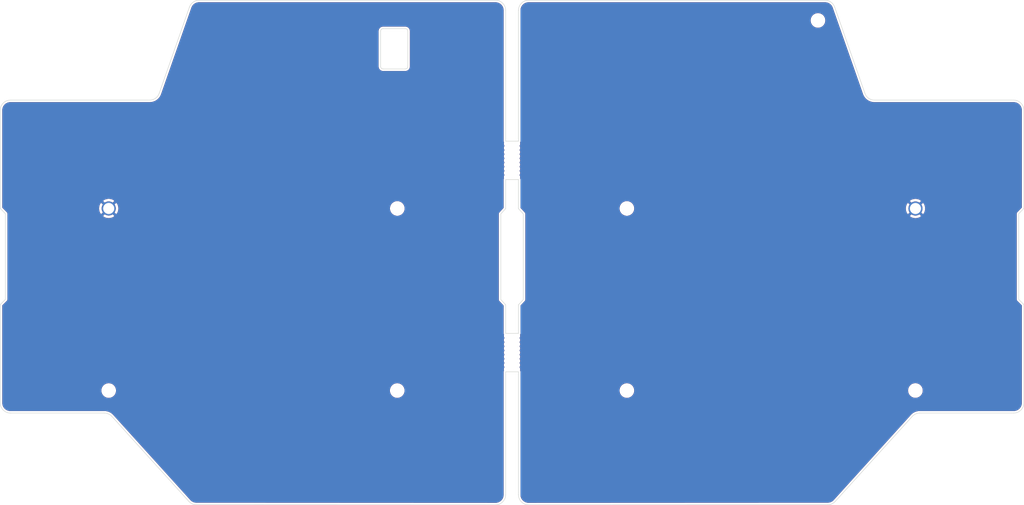
<source format=kicad_pcb>
(kicad_pcb (version 20171130) (host pcbnew "(5.1.9)-1")

  (general
    (thickness 1.6)
    (drawings 168)
    (tracks 0)
    (zones 0)
    (modules 13)
    (nets 2)
  )

  (page A4)
  (title_block
    (title REVIUNG34-SPLIT-BOTTOM)
    (date 2020-10-19)
    (rev 2.0)
  )

  (layers
    (0 F.Cu signal)
    (31 B.Cu signal)
    (32 B.Adhes user)
    (33 F.Adhes user)
    (34 B.Paste user)
    (35 F.Paste user)
    (36 B.SilkS user)
    (37 F.SilkS user)
    (38 B.Mask user)
    (39 F.Mask user)
    (40 Dwgs.User user)
    (41 Cmts.User user)
    (42 Eco1.User user)
    (43 Eco2.User user)
    (44 Edge.Cuts user)
    (45 Margin user)
    (46 B.CrtYd user)
    (47 F.CrtYd user)
    (48 B.Fab user)
    (49 F.Fab user)
  )

  (setup
    (last_trace_width 0.2)
    (user_trace_width 0.2)
    (user_trace_width 0.4)
    (user_trace_width 0.6)
    (user_trace_width 0.8)
    (user_trace_width 1)
    (user_trace_width 1.2)
    (user_trace_width 1.6)
    (user_trace_width 2)
    (trace_clearance 0.2)
    (zone_clearance 0.508)
    (zone_45_only no)
    (trace_min 0.1524)
    (via_size 0.6)
    (via_drill 0.3)
    (via_min_size 0.5)
    (via_min_drill 0.2)
    (user_via 0.9 0.5)
    (user_via 1.2 0.8)
    (user_via 1.4 0.9)
    (user_via 1.5 1)
    (uvia_size 0.3)
    (uvia_drill 0.1)
    (uvias_allowed no)
    (uvia_min_size 0.2)
    (uvia_min_drill 0.1)
    (edge_width 0.05)
    (segment_width 0.2)
    (pcb_text_width 0.3)
    (pcb_text_size 1.5 1.5)
    (mod_edge_width 0.12)
    (mod_text_size 1 1)
    (mod_text_width 0.15)
    (pad_size 1.524 1.524)
    (pad_drill 0.762)
    (pad_to_mask_clearance 0.051)
    (solder_mask_min_width 0.25)
    (aux_axis_origin 50 50)
    (grid_origin 50 50)
    (visible_elements 7FFFFFFF)
    (pcbplotparams
      (layerselection 0x010f0_ffffffff)
      (usegerberextensions true)
      (usegerberattributes false)
      (usegerberadvancedattributes false)
      (creategerberjobfile false)
      (excludeedgelayer true)
      (linewidth 0.100000)
      (plotframeref false)
      (viasonmask false)
      (mode 1)
      (useauxorigin false)
      (hpglpennumber 1)
      (hpglpenspeed 20)
      (hpglpendiameter 15.000000)
      (psnegative false)
      (psa4output false)
      (plotreference true)
      (plotvalue false)
      (plotinvisibletext false)
      (padsonsilk true)
      (subtractmaskfromsilk false)
      (outputformat 1)
      (mirror false)
      (drillshape 0)
      (scaleselection 1)
      (outputdirectory "GBR_BOTTOM_v2.0/"))
  )

  (net 0 "")
  (net 1 GND)

  (net_class Default "これはデフォルトのネット クラスです。"
    (clearance 0.2)
    (trace_width 0.2)
    (via_dia 0.6)
    (via_drill 0.3)
    (uvia_dia 0.3)
    (uvia_drill 0.1)
    (add_net GND)
  )

  (module _reviung-kbd:MountingHole_2.2mm_M2_Pad (layer F.Cu) (tedit 5F8983CE) (tstamp 5F89F097)
    (at 231.19 91.29)
    (descr "Mounting Hole 2.2mm, M2")
    (tags "mounting hole 2.2mm m2")
    (path /5F8D2520)
    (attr virtual)
    (fp_text reference H2 (at 0 -3.2) (layer F.Fab)
      (effects (font (size 1 1) (thickness 0.15)))
    )
    (fp_text value MountingHole_Pad (at 0 3.2) (layer F.Fab)
      (effects (font (size 1 1) (thickness 0.15)))
    )
    (fp_circle (center 0 0) (end 1.8 0) (layer F.CrtYd) (width 0.05))
    (fp_circle (center 0 0) (end 1.6 0) (layer Cmts.User) (width 0.05))
    (fp_text user %R (at 0.3 0) (layer F.Fab)
      (effects (font (size 1 1) (thickness 0.15)))
    )
    (pad 1 thru_hole circle (at 0 0) (size 2.8 2.8) (drill 2.2) (layers *.Cu *.Mask)
      (net 1 GND))
  )

  (module _reviung-kbd:MountingHole_2.2mm_M2_Pad (layer F.Cu) (tedit 5F8983CE) (tstamp 5D6913F2)
    (at 71.4 91.28)
    (descr "Mounting Hole 2.2mm, M2")
    (tags "mounting hole 2.2mm m2")
    (path /5D68D74E)
    (attr virtual)
    (fp_text reference H1 (at 0 -3.2) (layer F.SilkS) hide
      (effects (font (size 1 1) (thickness 0.15)))
    )
    (fp_text value MountingHole_Pad (at 0 3.2) (layer F.Fab)
      (effects (font (size 1 1) (thickness 0.15)))
    )
    (fp_circle (center 0 0) (end 1.8 0) (layer F.CrtYd) (width 0.05))
    (fp_circle (center 0 0) (end 1.6 0) (layer Cmts.User) (width 0.05))
    (fp_text user %R (at 0.3 0) (layer F.Fab)
      (effects (font (size 1 1) (thickness 0.15)))
    )
    (pad 1 thru_hole circle (at 0 0) (size 2.8 2.8) (drill 2.2) (layers *.Cu *.Mask)
      (net 1 GND))
  )

  (module _reviung-kbd:Stamp_Holes_7.5mm (layer F.Cu) (tedit 5F895E02) (tstamp 5F89F41A)
    (at 152.25 81.76 270)
    (fp_text reference breakaway (at -0.03 -2.02 90) (layer F.Fab) hide
      (effects (font (size 1 1) (thickness 0.15)))
    )
    (fp_text value Stamp_Holes_7.5mm (at 0.01 -3.73 90) (layer F.Fab)
      (effects (font (size 1 1) (thickness 0.15)))
    )
    (fp_line (start 3.75 -0.32) (end 3.75 0.34) (layer F.Fab) (width 0.05))
    (fp_line (start -3.75 -0.33) (end -3.75 0.33) (layer F.Fab) (width 0.05))
    (fp_line (start -3 -0.33) (end -3.75 -0.33) (layer F.Fab) (width 0.05))
    (fp_line (start -3 0.33) (end -3.75 0.33) (layer F.Fab) (width 0.05))
    (fp_line (start 3.75 -0.32) (end 3 -0.32) (layer F.Fab) (width 0.05))
    (fp_line (start 3.75 0.34) (end 3 0.34) (layer F.Fab) (width 0.05))
    (pad "" np_thru_hole circle (at 3.3 0.01 270) (size 0.6 0.6) (drill 0.6) (layers *.Cu *.Mask))
    (pad "" np_thru_hole circle (at -3.3 0 270) (size 0.6 0.6) (drill 0.6) (layers *.Cu *.Mask))
    (pad "" np_thru_hole circle (at 2.475 0 270) (size 0.6 0.6) (drill 0.6) (layers *.Cu *.Mask))
    (pad "" np_thru_hole circle (at 0 0 270) (size 0.6 0.6) (drill 0.6) (layers *.Cu *.Mask))
    (pad "" np_thru_hole circle (at -0.825 0 270) (size 0.6 0.6) (drill 0.6) (layers *.Cu *.Mask))
    (pad "" np_thru_hole circle (at -1.65 0 270) (size 0.6 0.6) (drill 0.6) (layers *.Cu *.Mask))
    (pad "" np_thru_hole circle (at -2.475 0 270) (size 0.6 0.6) (drill 0.6) (layers *.Cu *.Mask))
    (pad "" np_thru_hole circle (at 0.825 0 270) (size 0.6 0.6) (drill 0.6) (layers *.Cu *.Mask))
    (pad "" np_thru_hole circle (at 1.65 0 270) (size 0.6 0.6) (drill 0.6) (layers *.Cu *.Mask))
  )

  (module _reviung-kbd:Stamp_Holes_7.5mm (layer F.Cu) (tedit 5F895E02) (tstamp 5F89F3D3)
    (at 150.31 81.76 90)
    (fp_text reference breakaway (at -0.03 -2.02 90) (layer F.Fab) hide
      (effects (font (size 1 1) (thickness 0.15)))
    )
    (fp_text value Stamp_Holes_7.5mm (at 0.01 -3.73 90) (layer F.Fab)
      (effects (font (size 1 1) (thickness 0.15)))
    )
    (fp_line (start 3.75 -0.32) (end 3.75 0.34) (layer F.Fab) (width 0.05))
    (fp_line (start -3.75 -0.33) (end -3.75 0.33) (layer F.Fab) (width 0.05))
    (fp_line (start -3 -0.33) (end -3.75 -0.33) (layer F.Fab) (width 0.05))
    (fp_line (start -3 0.33) (end -3.75 0.33) (layer F.Fab) (width 0.05))
    (fp_line (start 3.75 -0.32) (end 3 -0.32) (layer F.Fab) (width 0.05))
    (fp_line (start 3.75 0.34) (end 3 0.34) (layer F.Fab) (width 0.05))
    (pad "" np_thru_hole circle (at 3.3 0.01 90) (size 0.6 0.6) (drill 0.6) (layers *.Cu *.Mask))
    (pad "" np_thru_hole circle (at -3.3 0 90) (size 0.6 0.6) (drill 0.6) (layers *.Cu *.Mask))
    (pad "" np_thru_hole circle (at 2.475 0 90) (size 0.6 0.6) (drill 0.6) (layers *.Cu *.Mask))
    (pad "" np_thru_hole circle (at 0 0 90) (size 0.6 0.6) (drill 0.6) (layers *.Cu *.Mask))
    (pad "" np_thru_hole circle (at -0.825 0 90) (size 0.6 0.6) (drill 0.6) (layers *.Cu *.Mask))
    (pad "" np_thru_hole circle (at -1.65 0 90) (size 0.6 0.6) (drill 0.6) (layers *.Cu *.Mask))
    (pad "" np_thru_hole circle (at -2.475 0 90) (size 0.6 0.6) (drill 0.6) (layers *.Cu *.Mask))
    (pad "" np_thru_hole circle (at 0.825 0 90) (size 0.6 0.6) (drill 0.6) (layers *.Cu *.Mask))
    (pad "" np_thru_hole circle (at 1.65 0 90) (size 0.6 0.6) (drill 0.6) (layers *.Cu *.Mask))
  )

  (module _reviung-kbd:Stamp_Holes_7.5mm (layer F.Cu) (tedit 5F895E02) (tstamp 5F89F4A9)
    (at 152.25 119.85 270)
    (fp_text reference breakaway (at -0.03 -2.02 90) (layer F.Fab) hide
      (effects (font (size 1 1) (thickness 0.15)))
    )
    (fp_text value Stamp_Holes_7.5mm (at 0.01 -3.73 90) (layer F.Fab)
      (effects (font (size 1 1) (thickness 0.15)))
    )
    (fp_line (start 3.75 -0.32) (end 3.75 0.34) (layer F.Fab) (width 0.05))
    (fp_line (start -3.75 -0.33) (end -3.75 0.33) (layer F.Fab) (width 0.05))
    (fp_line (start -3 -0.33) (end -3.75 -0.33) (layer F.Fab) (width 0.05))
    (fp_line (start -3 0.33) (end -3.75 0.33) (layer F.Fab) (width 0.05))
    (fp_line (start 3.75 -0.32) (end 3 -0.32) (layer F.Fab) (width 0.05))
    (fp_line (start 3.75 0.34) (end 3 0.34) (layer F.Fab) (width 0.05))
    (pad "" np_thru_hole circle (at 3.3 0.01 270) (size 0.6 0.6) (drill 0.6) (layers *.Cu *.Mask))
    (pad "" np_thru_hole circle (at -3.3 0 270) (size 0.6 0.6) (drill 0.6) (layers *.Cu *.Mask))
    (pad "" np_thru_hole circle (at 2.475 0 270) (size 0.6 0.6) (drill 0.6) (layers *.Cu *.Mask))
    (pad "" np_thru_hole circle (at 0 0 270) (size 0.6 0.6) (drill 0.6) (layers *.Cu *.Mask))
    (pad "" np_thru_hole circle (at -0.825 0 270) (size 0.6 0.6) (drill 0.6) (layers *.Cu *.Mask))
    (pad "" np_thru_hole circle (at -1.65 0 270) (size 0.6 0.6) (drill 0.6) (layers *.Cu *.Mask))
    (pad "" np_thru_hole circle (at -2.475 0 270) (size 0.6 0.6) (drill 0.6) (layers *.Cu *.Mask))
    (pad "" np_thru_hole circle (at 0.825 0 270) (size 0.6 0.6) (drill 0.6) (layers *.Cu *.Mask))
    (pad "" np_thru_hole circle (at 1.65 0 270) (size 0.6 0.6) (drill 0.6) (layers *.Cu *.Mask))
  )

  (module _reviung-kbd:Stamp_Holes_7.5mm (layer F.Cu) (tedit 5F895E02) (tstamp 5F89F462)
    (at 150.31 119.85 90)
    (fp_text reference breakaway (at -0.03 -2.02 90) (layer F.Fab) hide
      (effects (font (size 1 1) (thickness 0.15)))
    )
    (fp_text value Stamp_Holes_7.5mm (at 0.01 -3.73 90) (layer F.Fab)
      (effects (font (size 1 1) (thickness 0.15)))
    )
    (fp_line (start 3.75 -0.32) (end 3.75 0.34) (layer F.Fab) (width 0.05))
    (fp_line (start -3.75 -0.33) (end -3.75 0.33) (layer F.Fab) (width 0.05))
    (fp_line (start -3 -0.33) (end -3.75 -0.33) (layer F.Fab) (width 0.05))
    (fp_line (start -3 0.33) (end -3.75 0.33) (layer F.Fab) (width 0.05))
    (fp_line (start 3.75 -0.32) (end 3 -0.32) (layer F.Fab) (width 0.05))
    (fp_line (start 3.75 0.34) (end 3 0.34) (layer F.Fab) (width 0.05))
    (pad "" np_thru_hole circle (at 3.3 0.01 90) (size 0.6 0.6) (drill 0.6) (layers *.Cu *.Mask))
    (pad "" np_thru_hole circle (at -3.3 0 90) (size 0.6 0.6) (drill 0.6) (layers *.Cu *.Mask))
    (pad "" np_thru_hole circle (at 2.475 0 90) (size 0.6 0.6) (drill 0.6) (layers *.Cu *.Mask))
    (pad "" np_thru_hole circle (at 0 0 90) (size 0.6 0.6) (drill 0.6) (layers *.Cu *.Mask))
    (pad "" np_thru_hole circle (at -0.825 0 90) (size 0.6 0.6) (drill 0.6) (layers *.Cu *.Mask))
    (pad "" np_thru_hole circle (at -1.65 0 90) (size 0.6 0.6) (drill 0.6) (layers *.Cu *.Mask))
    (pad "" np_thru_hole circle (at -2.475 0 90) (size 0.6 0.6) (drill 0.6) (layers *.Cu *.Mask))
    (pad "" np_thru_hole circle (at 0.825 0 90) (size 0.6 0.6) (drill 0.6) (layers *.Cu *.Mask))
    (pad "" np_thru_hole circle (at 1.65 0 90) (size 0.6 0.6) (drill 0.6) (layers *.Cu *.Mask))
  )

  (module MountingHole:MountingHole_2.2mm_M2 (layer F.Cu) (tedit 56D1B4CB) (tstamp 5F89F36D)
    (at 71.4 127.38)
    (descr "Mounting Hole 2.2mm, no annular, M2")
    (tags "mounting hole 2.2mm no annular m2")
    (attr virtual)
    (fp_text reference REF** (at 0 -3.2) (layer F.Fab)
      (effects (font (size 1 1) (thickness 0.15)))
    )
    (fp_text value MountingHole_2.2mm_M2 (at 0 3.2) (layer F.Fab)
      (effects (font (size 1 1) (thickness 0.15)))
    )
    (fp_circle (center 0 0) (end 2.2 0) (layer Cmts.User) (width 0.15))
    (fp_circle (center 0 0) (end 2.45 0) (layer F.CrtYd) (width 0.05))
    (fp_text user %R (at 0.3 0) (layer F.Fab)
      (effects (font (size 1 1) (thickness 0.15)))
    )
    (pad 1 np_thru_hole circle (at 0 0) (size 2.2 2.2) (drill 2.2) (layers *.Cu *.Mask))
  )

  (module MountingHole:MountingHole_2.2mm_M2 (layer F.Cu) (tedit 56D1B4CB) (tstamp 5F89F349)
    (at 128.55 127.38)
    (descr "Mounting Hole 2.2mm, no annular, M2")
    (tags "mounting hole 2.2mm no annular m2")
    (attr virtual)
    (fp_text reference REF** (at 0 -3.2) (layer F.Fab)
      (effects (font (size 1 1) (thickness 0.15)))
    )
    (fp_text value MountingHole_2.2mm_M2 (at 0 3.2) (layer F.Fab)
      (effects (font (size 1 1) (thickness 0.15)))
    )
    (fp_circle (center 0 0) (end 2.2 0) (layer Cmts.User) (width 0.15))
    (fp_circle (center 0 0) (end 2.45 0) (layer F.CrtYd) (width 0.05))
    (fp_text user %R (at 0.3 0) (layer F.Fab)
      (effects (font (size 1 1) (thickness 0.15)))
    )
    (pad 1 np_thru_hole circle (at 0 0) (size 2.2 2.2) (drill 2.2) (layers *.Cu *.Mask))
  )

  (module MountingHole:MountingHole_2.2mm_M2 (layer F.Cu) (tedit 56D1B4CB) (tstamp 5F89F325)
    (at 128.56 91.28)
    (descr "Mounting Hole 2.2mm, no annular, M2")
    (tags "mounting hole 2.2mm no annular m2")
    (attr virtual)
    (fp_text reference REF** (at 0 -3.2) (layer F.Fab)
      (effects (font (size 1 1) (thickness 0.15)))
    )
    (fp_text value MountingHole_2.2mm_M2 (at 0 3.2) (layer F.Fab)
      (effects (font (size 1 1) (thickness 0.15)))
    )
    (fp_circle (center 0 0) (end 2.2 0) (layer Cmts.User) (width 0.15))
    (fp_circle (center 0 0) (end 2.45 0) (layer F.CrtYd) (width 0.05))
    (fp_text user %R (at 0.3 0) (layer F.Fab)
      (effects (font (size 1 1) (thickness 0.15)))
    )
    (pad 1 np_thru_hole circle (at 0 0) (size 2.2 2.2) (drill 2.2) (layers *.Cu *.Mask))
  )

  (module MountingHole:MountingHole_2.2mm_M2 (layer F.Cu) (tedit 56D1B4CB) (tstamp 5F89F301)
    (at 174.03 91.28)
    (descr "Mounting Hole 2.2mm, no annular, M2")
    (tags "mounting hole 2.2mm no annular m2")
    (attr virtual)
    (fp_text reference REF** (at 0 -3.2) (layer F.Fab)
      (effects (font (size 1 1) (thickness 0.15)))
    )
    (fp_text value MountingHole_2.2mm_M2 (at 0 3.2) (layer F.Fab)
      (effects (font (size 1 1) (thickness 0.15)))
    )
    (fp_circle (center 0 0) (end 2.2 0) (layer Cmts.User) (width 0.15))
    (fp_circle (center 0 0) (end 2.45 0) (layer F.CrtYd) (width 0.05))
    (fp_text user %R (at 0.3 0) (layer F.Fab)
      (effects (font (size 1 1) (thickness 0.15)))
    )
    (pad 1 np_thru_hole circle (at 0 0) (size 2.2 2.2) (drill 2.2) (layers *.Cu *.Mask))
  )

  (module MountingHole:MountingHole_2.2mm_M2 (layer F.Cu) (tedit 56D1B4CB) (tstamp 5F89F2B4)
    (at 174.03 127.38)
    (descr "Mounting Hole 2.2mm, no annular, M2")
    (tags "mounting hole 2.2mm no annular m2")
    (attr virtual)
    (fp_text reference REF** (at 0 -3.2) (layer F.Fab)
      (effects (font (size 1 1) (thickness 0.15)))
    )
    (fp_text value MountingHole_2.2mm_M2 (at 0 3.2) (layer F.Fab)
      (effects (font (size 1 1) (thickness 0.15)))
    )
    (fp_circle (center 0 0) (end 2.2 0) (layer Cmts.User) (width 0.15))
    (fp_circle (center 0 0) (end 2.45 0) (layer F.CrtYd) (width 0.05))
    (fp_text user %R (at 0.3 0) (layer F.Fab)
      (effects (font (size 1 1) (thickness 0.15)))
    )
    (pad 1 np_thru_hole circle (at 0 0) (size 2.2 2.2) (drill 2.2) (layers *.Cu *.Mask))
  )

  (module MountingHole:MountingHole_2.2mm_M2 (layer F.Cu) (tedit 56D1B4CB) (tstamp 5F89F290)
    (at 231.18 127.37)
    (descr "Mounting Hole 2.2mm, no annular, M2")
    (tags "mounting hole 2.2mm no annular m2")
    (attr virtual)
    (fp_text reference REF** (at 0 -3.2) (layer F.Fab)
      (effects (font (size 1 1) (thickness 0.15)))
    )
    (fp_text value MountingHole_2.2mm_M2 (at 0 3.2) (layer F.Fab)
      (effects (font (size 1 1) (thickness 0.15)))
    )
    (fp_circle (center 0 0) (end 2.2 0) (layer Cmts.User) (width 0.15))
    (fp_circle (center 0 0) (end 2.45 0) (layer F.CrtYd) (width 0.05))
    (fp_text user %R (at 0.3 0) (layer F.Fab)
      (effects (font (size 1 1) (thickness 0.15)))
    )
    (pad 1 np_thru_hole circle (at 0 0) (size 2.2 2.2) (drill 2.2) (layers *.Cu *.Mask))
  )

  (module MountingHole:MountingHole_2.2mm_M2 (layer F.Cu) (tedit 56D1B4CB) (tstamp 5F89F248)
    (at 211.88 54)
    (descr "Mounting Hole 2.2mm, no annular, M2")
    (tags "mounting hole 2.2mm no annular m2")
    (attr virtual)
    (fp_text reference REF** (at 0 -3.2) (layer F.Fab)
      (effects (font (size 1 1) (thickness 0.15)))
    )
    (fp_text value MountingHole_2.2mm_M2 (at 0 3.2) (layer F.Fab)
      (effects (font (size 1 1) (thickness 0.15)))
    )
    (fp_circle (center 0 0) (end 2.2 0) (layer Cmts.User) (width 0.15))
    (fp_circle (center 0 0) (end 2.45 0) (layer F.CrtYd) (width 0.05))
    (fp_text user %R (at 0.3 0) (layer F.Fab)
      (effects (font (size 1 1) (thickness 0.15)))
    )
    (pad 1 np_thru_hole circle (at 0 0) (size 2.2 2.2) (drill 2.2) (layers *.Cu *.Mask))
  )

  (gr_curve (pts (xy 252.660087 129.837894) (xy 252.660087 129.837894) (xy 252.66 110.33) (xy 252.66 110.33)) (layer Edge.Cuts) (width 0.1))
  (gr_curve (pts (xy 250.656247 131.837903) (xy 251.762318 131.840025) (xy 252.660091 130.943968) (xy 252.660087 129.837894)) (layer Edge.Cuts) (width 0.1))
  (gr_line (start 152.559909 110.371233) (end 152.559887 116.040526) (layer Edge.Cuts) (width 0.1))
  (gr_line (start 153.51883 109.346231) (end 152.559909 110.371233) (layer Edge.Cuts) (width 0.1))
  (gr_curve (pts (xy 130.651879 56.124588) (xy 130.651879 56.124588) (xy 130.651879 63.124591) (xy 130.651879 63.124591)) (layer Edge.Cuts) (width 0.1))
  (gr_curve (pts (xy 130.151888 55.624597) (xy 130.428013 55.624597) (xy 130.651879 55.848463) (xy 130.651879 56.124588)) (layer Edge.Cuts) (width 0.1))
  (gr_curve (pts (xy 125.751877 55.624597) (xy 125.751877 55.624597) (xy 130.151888 55.624597) (xy 130.151888 55.624597)) (layer Edge.Cuts) (width 0.1))
  (gr_curve (pts (xy 125.251886 56.124588) (xy 125.251886 55.848442) (xy 125.475752 55.624597) (xy 125.751877 55.624597)) (layer Edge.Cuts) (width 0.1))
  (gr_curve (pts (xy 232.051273 131.837925) (xy 232.051273 131.837925) (xy 250.656247 131.837903) (xy 250.656247 131.837903)) (layer Edge.Cuts) (width 0.1))
  (gr_curve (pts (xy 230.568441 132.495837) (xy 230.947595 132.076921) (xy 231.486253 131.837926) (xy 232.051273 131.837925)) (layer Edge.Cuts) (width 0.1))
  (gr_curve (pts (xy 215.310493 149.35391) (xy 215.310493 149.35391) (xy 230.568441 132.495837) (xy 230.568441 132.495837)) (layer Edge.Cuts) (width 0.1))
  (gr_curve (pts (xy 213.82715 150.013387) (xy 214.392592 150.013134) (xy 214.931502 149.77354) (xy 215.310493 149.35391)) (layer Edge.Cuts) (width 0.1))
  (gr_curve (pts (xy 154.560721 150.039936) (xy 154.560721 150.039936) (xy 213.82715 150.013387) (xy 213.82715 150.013387)) (layer Edge.Cuts) (width 0.1))
  (gr_curve (pts (xy 152.559816 148.039922) (xy 152.559813 149.144848) (xy 153.455794 150.040431) (xy 154.560721 150.039936)) (layer Edge.Cuts) (width 0.1))
  (gr_curve (pts (xy 152.559887 123.660517) (xy 152.559887 123.660517) (xy 152.559816 148.039922) (xy 152.559816 148.039922)) (layer Edge.Cuts) (width 0.1))
  (gr_curve (pts (xy 150.020615 123.660517) (xy 150.020615 123.660517) (xy 152.559887 123.660517) (xy 152.559887 123.660517)) (layer Edge.Cuts) (width 0.1))
  (gr_curve (pts (xy 150.02068 148.039915) (xy 150.02068 148.039915) (xy 150.020615 123.660517) (xy 150.020615 123.660517)) (layer Edge.Cuts) (width 0.1))
  (gr_curve (pts (xy 148.019768 150.039936) (xy 149.124698 150.040431) (xy 150.020683 149.144846) (xy 150.02068 148.039915)) (layer Edge.Cuts) (width 0.1))
  (gr_curve (pts (xy 88.75336 150.013387) (xy 88.75336 150.013387) (xy 148.019768 150.039936) (xy 148.019768 150.039936)) (layer Edge.Cuts) (width 0.1))
  (gr_curve (pts (xy 87.270004 149.353904) (xy 87.648999 149.773538) (xy 88.187914 150.013134) (xy 88.75336 150.013387)) (layer Edge.Cuts) (width 0.1))
  (gr_curve (pts (xy 72.012062 132.495837) (xy 72.012062 132.495837) (xy 87.270004 149.353904) (xy 87.270004 149.353904)) (layer Edge.Cuts) (width 0.1))
  (gr_curve (pts (xy 70.529229 131.837925) (xy 71.09425 131.837926) (xy 71.632908 132.076921) (xy 72.012062 132.495837)) (layer Edge.Cuts) (width 0.1))
  (gr_curve (pts (xy 51.924256 131.837903) (xy 51.924256 131.837903) (xy 70.529229 131.837925) (xy 70.529229 131.837925)) (layer Edge.Cuts) (width 0.1))
  (gr_curve (pts (xy 49.920416 129.837894) (xy 49.920411 130.943968) (xy 50.818184 131.840025) (xy 51.924256 131.837903)) (layer Edge.Cuts) (width 0.1))
  (gr_curve (pts (xy 49.920502 110.33) (xy 49.920502 110.33) (xy 49.920416 129.837894) (xy 49.920416 129.837894)) (layer Edge.Cuts) (width 0.1))
  (gr_curve (pts (xy 50.938269 109.304998) (xy 50.938269 109.304998) (xy 49.920502 110.33) (xy 49.920502 110.33)) (layer Edge.Cuts) (width 0.1))
  (gr_curve (pts (xy 50.938269 92.323003) (xy 50.938269 92.323003) (xy 50.938269 109.304998) (xy 50.938269 109.304998)) (layer Edge.Cuts) (width 0.1))
  (gr_curve (pts (xy 49.920438 91.275543) (xy 49.920438 91.275543) (xy 50.938269 92.323003) (xy 50.938269 92.323003)) (layer Edge.Cuts) (width 0.1))
  (gr_curve (pts (xy 49.920438 71.800547) (xy 49.920438 71.800547) (xy 49.920438 91.275543) (xy 49.920438 91.275543)) (layer Edge.Cuts) (width 0.1))
  (gr_curve (pts (xy 51.920445 69.80054) (xy 50.815871 69.80054) (xy 49.920438 70.695974) (xy 49.920438 71.800547)) (layer Edge.Cuts) (width 0.1))
  (gr_curve (pts (xy 79.514927 69.80054) (xy 79.514927 69.80054) (xy 51.920445 69.80054) (xy 51.920445 69.80054)) (layer Edge.Cuts) (width 0.1))
  (gr_curve (pts (xy 81.402605 68.461341) (xy 81.121817 69.263462) (xy 80.364775 69.80054) (xy 79.514927 69.80054)) (layer Edge.Cuts) (width 0.1))
  (gr_curve (pts (xy 87.396466 51.33879) (xy 87.396466 51.33879) (xy 81.402605 68.461341) (xy 81.402605 68.461341)) (layer Edge.Cuts) (width 0.1))
  (gr_curve (pts (xy 89.284142 49.999595) (xy 88.434301 49.999574) (xy 87.677241 50.536664) (xy 87.396466 51.33879)) (layer Edge.Cuts) (width 0.1))
  (gr_curve (pts (xy 148.020587 49.999617) (xy 148.020587 49.999617) (xy 89.284142 49.999595) (xy 89.284142 49.999595)) (layer Edge.Cuts) (width 0.1))
  (gr_curve (pts (xy 150.020594 51.999624) (xy 150.020594 50.895051) (xy 149.12516 49.999617) (xy 148.020587 49.999617)) (layer Edge.Cuts) (width 0.1))
  (gr_curve (pts (xy 150.020594 77.940526) (xy 150.020594 77.940526) (xy 150.020594 51.999624) (xy 150.020594 51.999624)) (layer Edge.Cuts) (width 0.1))
  (gr_curve (pts (xy 152.559909 77.940526) (xy 152.559909 77.940526) (xy 150.020594 77.940526) (xy 150.020594 77.940526)) (layer Edge.Cuts) (width 0.1))
  (gr_curve (pts (xy 152.559909 51.999625) (xy 152.559909 51.999625) (xy 152.559909 77.940526) (xy 152.559909 77.940526)) (layer Edge.Cuts) (width 0.1))
  (gr_curve (pts (xy 154.559916 49.999617) (xy 153.455342 49.999617) (xy 152.559909 50.895051) (xy 152.559909 51.999625)) (layer Edge.Cuts) (width 0.1))
  (gr_curve (pts (xy 213.296361 49.999595) (xy 213.296361 49.999595) (xy 154.559916 49.999617) (xy 154.559916 49.999617)) (layer Edge.Cuts) (width 0.1))
  (gr_curve (pts (xy 215.184036 51.33879) (xy 214.903261 50.536664) (xy 214.146201 49.999574) (xy 213.296361 49.999595)) (layer Edge.Cuts) (width 0.1))
  (gr_curve (pts (xy 221.1779 68.461345) (xy 221.1779 68.461345) (xy 215.184036 51.33879) (xy 215.184036 51.33879)) (layer Edge.Cuts) (width 0.1))
  (gr_curve (pts (xy 223.06557 69.80054) (xy 222.215725 69.80054) (xy 221.458687 69.263464) (xy 221.1779 68.461345)) (layer Edge.Cuts) (width 0.1))
  (gr_line (start 150.020594 91.316776) (end 150.020594 85.560517) (layer Edge.Cuts) (width 0.1))
  (gr_line (start 149.061673 92.364236) (end 150.020594 91.316776) (layer Edge.Cuts) (width 0.1))
  (gr_line (start 149.061673 109.346231) (end 149.061673 92.364236) (layer Edge.Cuts) (width 0.1))
  (gr_line (start 150.020594 110.371233) (end 149.061673 109.346231) (layer Edge.Cuts) (width 0.1))
  (gr_line (start 150.020615 116.040526) (end 150.020594 110.371233) (layer Edge.Cuts) (width 0.1))
  (gr_line (start 152.559887 116.040526) (end 150.020615 116.040526) (layer Edge.Cuts) (width 0.1))
  (gr_curve (pts (xy 125.251886 63.124591) (xy 125.251886 63.124591) (xy 125.251886 56.124588) (xy 125.251886 56.124588)) (layer Edge.Cuts) (width 0.1))
  (gr_curve (pts (xy 125.751877 63.624582) (xy 125.475731 63.624582) (xy 125.251886 63.400737) (xy 125.251886 63.124591)) (layer Edge.Cuts) (width 0.1))
  (gr_curve (pts (xy 130.151867 63.624604) (xy 130.151867 63.624604) (xy 125.751877 63.624582) (xy 125.751877 63.624582)) (layer Edge.Cuts) (width 0.1))
  (gr_curve (pts (xy 130.651879 63.124591) (xy 130.651879 63.400737) (xy 130.428013 63.624604) (xy 130.151867 63.624604)) (layer Edge.Cuts) (width 0.1))
  (gr_line (start 153.51883 92.364236) (end 153.51883 109.346231) (layer Edge.Cuts) (width 0.1))
  (gr_line (start 152.559909 91.316776) (end 153.51883 92.364236) (layer Edge.Cuts) (width 0.1))
  (gr_line (start 152.559909 85.560517) (end 152.559909 91.316776) (layer Edge.Cuts) (width 0.1))
  (gr_line (start 150.020594 85.560517) (end 152.559909 85.560517) (layer Edge.Cuts) (width 0.1))
  (gr_curve (pts (xy 252.660065 91.275543) (xy 252.660065 91.275543) (xy 252.660065 71.800547) (xy 252.660065 71.800547)) (layer Edge.Cuts) (width 0.1))
  (gr_curve (pts (xy 251.642233 92.323003) (xy 251.642233 92.323003) (xy 252.660065 91.275543) (xy 252.660065 91.275543)) (layer Edge.Cuts) (width 0.1))
  (gr_curve (pts (xy 250.660058 69.80054) (xy 250.660058 69.80054) (xy 223.06557 69.80054) (xy 223.06557 69.80054)) (layer Edge.Cuts) (width 0.1))
  (gr_curve (pts (xy 252.660065 71.800547) (xy 252.660065 70.695974) (xy 251.764631 69.80054) (xy 250.660058 69.80054)) (layer Edge.Cuts) (width 0.1))
  (gr_curve (pts (xy 251.642233 109.304998) (xy 251.642233 109.304998) (xy 251.642233 92.323003) (xy 251.642233 92.323003)) (layer Edge.Cuts) (width 0.1))
  (gr_curve (pts (xy 252.66 110.33) (xy 252.66 110.33) (xy 251.642233 109.304998) (xy 251.642233 109.304998)) (layer Edge.Cuts) (width 0.1))
  (gr_curve (pts (xy 72.011877 132.467108) (xy 72.011877 132.467108) (xy 87.267655 149.384708) (xy 87.267655 149.384708)) (layer F.Fab) (width 0.1))
  (gr_curve (pts (xy 70.523782 131.843326) (xy 71.090878 131.842239) (xy 71.631776 132.046248) (xy 72.011877 132.467108)) (layer F.Fab) (width 0.1))
  (gr_curve (pts (xy 51.922377 131.843303) (xy 51.922377 131.843303) (xy 70.523782 131.843326) (xy 70.523782 131.843326)) (layer F.Fab) (width 0.1))
  (gr_curve (pts (xy 49.918537 129.843294) (xy 49.918532 130.949368) (xy 50.816305 131.845425) (xy 51.922377 131.843303)) (layer F.Fab) (width 0.1))
  (gr_curve (pts (xy 49.918623 110.3354) (xy 49.918623 110.3354) (xy 49.918537 129.843294) (xy 49.918537 129.843294)) (layer F.Fab) (width 0.1))
  (gr_curve (pts (xy 50.93639 109.310398) (xy 50.93639 109.310398) (xy 49.918623 110.3354) (xy 49.918623 110.3354)) (layer F.Fab) (width 0.1))
  (gr_curve (pts (xy 50.93639 92.328403) (xy 50.93639 92.328403) (xy 50.93639 109.310398) (xy 50.93639 109.310398)) (layer F.Fab) (width 0.1))
  (gr_curve (pts (xy 125.250002 63.129997) (xy 125.250001 63.40614) (xy 125.473859 63.629998) (xy 125.750001 63.629998)) (layer F.Fab) (width 0.1))
  (gr_curve (pts (xy 125.250005 56.129999) (xy 125.250005 56.129999) (xy 125.250002 63.129997) (xy 125.250002 63.129997)) (layer F.Fab) (width 0.1))
  (gr_curve (pts (xy 49.918559 91.280943) (xy 49.918559 91.280943) (xy 50.93639 92.328403) (xy 50.93639 92.328403)) (layer F.Fab) (width 0.1))
  (gr_curve (pts (xy 49.918559 71.805947) (xy 49.918559 71.805947) (xy 49.918559 91.280943) (xy 49.918559 91.280943)) (layer F.Fab) (width 0.1))
  (gr_curve (pts (xy 215.30909 149.384708) (xy 215.30909 149.384708) (xy 230.564853 132.467124) (xy 230.564853 132.467124)) (layer F.Fab) (width 0.1))
  (gr_curve (pts (xy 213.82381 150.045327) (xy 214.390102 150.045327) (xy 214.929849 149.805259) (xy 215.30909 149.384708)) (layer F.Fab) (width 0.1))
  (gr_curve (pts (xy 154.558842 150.045336) (xy 154.558842 150.045336) (xy 213.82381 150.045327) (xy 213.82381 150.045327)) (layer F.Fab) (width 0.1))
  (gr_curve (pts (xy 152.557944 148.045329) (xy 152.557941 149.150252) (xy 153.453919 150.045831) (xy 154.558842 150.045336)) (layer F.Fab) (width 0.1))
  (gr_curve (pts (xy 152.558008 123.665917) (xy 152.558008 123.665917) (xy 152.557944 148.045329) (xy 152.557944 148.045329)) (layer F.Fab) (width 0.1))
  (gr_curve (pts (xy 150.018736 123.665917) (xy 150.018736 123.665917) (xy 152.558008 123.665917) (xy 152.558008 123.665917)) (layer F.Fab) (width 0.1))
  (gr_curve (pts (xy 150.018801 148.045315) (xy 150.018801 148.045315) (xy 150.018736 123.665917) (xy 150.018736 123.665917)) (layer F.Fab) (width 0.1))
  (gr_curve (pts (xy 148.017889 150.045336) (xy 149.122819 150.045831) (xy 150.018804 149.150246) (xy 150.018801 148.045315)) (layer F.Fab) (width 0.1))
  (gr_curve (pts (xy 88.752935 150.045327) (xy 88.752935 150.045327) (xy 148.017889 150.045336) (xy 148.017889 150.045336)) (layer F.Fab) (width 0.1))
  (gr_curve (pts (xy 87.267655 149.384708) (xy 87.646895 149.805259) (xy 88.186643 150.045327) (xy 88.752935 150.045327)) (layer F.Fab) (width 0.1))
  (gr_curve (pts (xy 51.918566 69.80594) (xy 50.813992 69.80594) (xy 49.918559 70.701374) (xy 49.918559 71.805947)) (layer F.Fab) (width 0.1))
  (gr_curve (pts (xy 79.513048 69.80594) (xy 79.513048 69.80594) (xy 51.918566 69.80594) (xy 51.918566 69.80594)) (layer F.Fab) (width 0.1))
  (gr_curve (pts (xy 81.400726 68.466741) (xy 81.119938 69.268862) (xy 80.362896 69.80594) (xy 79.513048 69.80594)) (layer F.Fab) (width 0.1))
  (gr_curve (pts (xy 87.394587 51.34419) (xy 87.394587 51.34419) (xy 81.400726 68.466741) (xy 81.400726 68.466741)) (layer F.Fab) (width 0.1))
  (gr_curve (pts (xy 89.282263 50.004995) (xy 88.432422 50.004974) (xy 87.675362 50.542064) (xy 87.394587 51.34419)) (layer F.Fab) (width 0.1))
  (gr_curve (pts (xy 148.018708 50.005017) (xy 148.018708 50.005017) (xy 89.282263 50.004995) (xy 89.282263 50.004995)) (layer F.Fab) (width 0.1))
  (gr_curve (pts (xy 150.018715 52.005024) (xy 150.018715 50.900451) (xy 149.123281 50.005017) (xy 148.018708 50.005017)) (layer F.Fab) (width 0.1))
  (gr_curve (pts (xy 150.018715 77.945926) (xy 150.018715 77.945926) (xy 150.018715 52.005024) (xy 150.018715 52.005024)) (layer F.Fab) (width 0.1))
  (gr_curve (pts (xy 152.55803 77.945926) (xy 152.55803 77.945926) (xy 150.018715 77.945926) (xy 150.018715 77.945926)) (layer F.Fab) (width 0.1))
  (gr_curve (pts (xy 152.55803 52.005025) (xy 152.55803 52.005025) (xy 152.55803 77.945926) (xy 152.55803 77.945926)) (layer F.Fab) (width 0.1))
  (gr_curve (pts (xy 154.558037 50.005017) (xy 153.453463 50.005017) (xy 152.55803 50.900451) (xy 152.55803 52.005025)) (layer F.Fab) (width 0.1))
  (gr_line (start 129.650003 62.629999) (end 126.250003 62.63) (layer F.Fab) (width 0.1))
  (gr_curve (pts (xy 250.654368 131.843303) (xy 251.760439 131.845425) (xy 252.658212 130.949368) (xy 252.658208 129.843294)) (layer F.Fab) (width 0.1))
  (gr_curve (pts (xy 232.052984 131.843326) (xy 232.052984 131.843326) (xy 250.654368 131.843303) (xy 250.654368 131.843303)) (layer F.Fab) (width 0.1))
  (gr_curve (pts (xy 230.564853 132.467124) (xy 230.944963 132.046254) (xy 231.485874 131.842239) (xy 232.052984 131.843326)) (layer F.Fab) (width 0.1))
  (gr_curve (pts (xy 130.650001 56.130001) (xy 130.650001 55.853859) (xy 130.426144 55.630001) (xy 130.150001 55.630001)) (layer F.Fab) (width 0.1))
  (gr_curve (pts (xy 130.649998 63.129999) (xy 130.649998 63.129999) (xy 130.650001 56.130001) (xy 130.650001 56.130001)) (layer F.Fab) (width 0.1))
  (gr_curve (pts (xy 213.294482 50.004995) (xy 213.294482 50.004995) (xy 154.558037 50.005017) (xy 154.558037 50.005017)) (layer F.Fab) (width 0.1))
  (gr_curve (pts (xy 215.182157 51.34419) (xy 214.901382 50.542064) (xy 214.144322 50.004974) (xy 213.294482 50.004995)) (layer F.Fab) (width 0.1))
  (gr_curve (pts (xy 221.176021 68.466745) (xy 221.176021 68.466745) (xy 215.182157 51.34419) (xy 215.182157 51.34419)) (layer F.Fab) (width 0.1))
  (gr_curve (pts (xy 223.063691 69.80594) (xy 222.213846 69.80594) (xy 221.456808 69.268864) (xy 221.176021 68.466745)) (layer F.Fab) (width 0.1))
  (gr_curve (pts (xy 250.658179 69.80594) (xy 250.658179 69.80594) (xy 223.063691 69.80594) (xy 223.063691 69.80594)) (layer F.Fab) (width 0.1))
  (gr_curve (pts (xy 252.658186 71.805947) (xy 252.658186 70.701374) (xy 251.762752 69.80594) (xy 250.658179 69.80594)) (layer F.Fab) (width 0.1))
  (gr_line (start 126.250003 62.63) (end 126.25 56.63) (layer F.Fab) (width 0.1))
  (gr_curve (pts (xy 125.750001 63.629998) (xy 125.750001 63.629998) (xy 130.149998 63.629999) (xy 130.149998 63.629999)) (layer F.Fab) (width 0.1))
  (gr_curve (pts (xy 130.149998 63.629999) (xy 130.42614 63.629999) (xy 130.649998 63.406142) (xy 130.649998 63.129999)) (layer F.Fab) (width 0.1))
  (gr_curve (pts (xy 173.028723 91.280921) (xy 173.028723 90.728629) (xy 173.476434 90.280918) (xy 174.028726 90.280918)) (layer F.Fab) (width 0.1))
  (gr_curve (pts (xy 174.028726 92.280925) (xy 173.476434 92.280925) (xy 173.028723 91.833213) (xy 173.028723 91.280921)) (layer F.Fab) (width 0.1))
  (gr_curve (pts (xy 175.02873 127.379924) (xy 175.02873 127.932216) (xy 174.581018 128.379927) (xy 174.028726 128.379927)) (layer F.Fab) (width 0.1))
  (gr_curve (pts (xy 174.028726 126.37992) (xy 174.581018 126.37992) (xy 175.02873 126.827632) (xy 175.02873 127.379924)) (layer F.Fab) (width 0.1))
  (gr_curve (pts (xy 173.028723 127.379924) (xy 173.028723 126.827632) (xy 173.476434 126.37992) (xy 174.028726 126.37992)) (layer F.Fab) (width 0.1))
  (gr_curve (pts (xy 174.028726 128.379927) (xy 173.476434 128.379927) (xy 173.028723 127.932216) (xy 173.028723 127.379924)) (layer F.Fab) (width 0.1))
  (gr_line (start 153.516951 92.369636) (end 153.516951 109.351631) (layer F.Fab) (width 0.1))
  (gr_line (start 152.55803 91.322176) (end 153.516951 92.369636) (layer F.Fab) (width 0.1))
  (gr_line (start 152.55803 85.565917) (end 152.55803 91.322176) (layer F.Fab) (width 0.1))
  (gr_line (start 150.018715 85.565917) (end 152.55803 85.565917) (layer F.Fab) (width 0.1))
  (gr_line (start 150.018715 91.322176) (end 150.018715 85.565917) (layer F.Fab) (width 0.1))
  (gr_line (start 149.059794 92.369636) (end 150.018715 91.322176) (layer F.Fab) (width 0.1))
  (gr_line (start 149.059794 109.351631) (end 149.059794 92.369636) (layer F.Fab) (width 0.1))
  (gr_line (start 150.018715 110.376633) (end 149.059794 109.351631) (layer F.Fab) (width 0.1))
  (gr_line (start 150.018736 116.045926) (end 150.018715 110.376633) (layer F.Fab) (width 0.1))
  (gr_line (start 152.558008 116.045926) (end 150.018736 116.045926) (layer F.Fab) (width 0.1))
  (gr_line (start 152.55803 110.376633) (end 152.558008 116.045926) (layer F.Fab) (width 0.1))
  (gr_line (start 153.516951 109.351631) (end 152.55803 110.376633) (layer F.Fab) (width 0.1))
  (gr_curve (pts (xy 129.547914 91.280921) (xy 129.547914 91.833213) (xy 129.100203 92.280925) (xy 128.547911 92.280925)) (layer F.Fab) (width 0.1))
  (gr_curve (pts (xy 128.547911 90.280918) (xy 129.100203 90.280918) (xy 129.547914 90.728629) (xy 129.547914 91.280921)) (layer F.Fab) (width 0.1))
  (gr_curve (pts (xy 127.547907 91.280921) (xy 127.547907 90.728629) (xy 127.995619 90.280918) (xy 128.547911 90.280918)) (layer F.Fab) (width 0.1))
  (gr_curve (pts (xy 128.547911 92.280925) (xy 127.995619 92.280925) (xy 127.547907 91.833213) (xy 127.547907 91.280921)) (layer F.Fab) (width 0.1))
  (gr_curve (pts (xy 129.547914 127.379924) (xy 129.547914 127.932216) (xy 129.100203 128.379927) (xy 128.547911 128.379927)) (layer F.Fab) (width 0.1))
  (gr_curve (pts (xy 128.547911 126.37992) (xy 129.100203 126.37992) (xy 129.547914 126.827632) (xy 129.547914 127.379924)) (layer F.Fab) (width 0.1))
  (gr_curve (pts (xy 127.547907 127.379924) (xy 127.547907 126.827632) (xy 127.995619 126.37992) (xy 128.547911 126.37992)) (layer F.Fab) (width 0.1))
  (gr_curve (pts (xy 232.183165 91.280921) (xy 232.183165 91.833213) (xy 231.735454 92.280925) (xy 231.183162 92.280925)) (layer F.Fab) (width 0.1))
  (gr_curve (pts (xy 231.183162 90.280918) (xy 231.735454 90.280918) (xy 232.183165 90.728651) (xy 232.183165 91.280921)) (layer F.Fab) (width 0.1))
  (gr_curve (pts (xy 230.18318 91.280921) (xy 230.18318 90.728651) (xy 230.630891 90.280918) (xy 231.183162 90.280918)) (layer F.Fab) (width 0.1))
  (gr_curve (pts (xy 231.183162 92.280925) (xy 230.630891 92.280925) (xy 230.18318 91.833213) (xy 230.18318 91.280921)) (layer F.Fab) (width 0.1))
  (gr_curve (pts (xy 211.880916 53.004985) (xy 212.433208 53.004985) (xy 212.88092 53.452696) (xy 212.88092 54.004988)) (layer F.Fab) (width 0.1))
  (gr_curve (pts (xy 210.880913 54.004988) (xy 210.880913 53.452696) (xy 211.328624 53.004985) (xy 211.880916 53.004985)) (layer F.Fab) (width 0.1))
  (gr_curve (pts (xy 211.880916 55.004992) (xy 211.328624 55.004992) (xy 210.880913 54.557259) (xy 210.880913 54.004988)) (layer F.Fab) (width 0.1))
  (gr_curve (pts (xy 175.02873 91.280921) (xy 175.02873 91.833213) (xy 174.581018 92.280925) (xy 174.028726 92.280925)) (layer F.Fab) (width 0.1))
  (gr_curve (pts (xy 174.028726 90.280918) (xy 174.581018 90.280918) (xy 175.02873 90.728629) (xy 175.02873 91.280921)) (layer F.Fab) (width 0.1))
  (gr_curve (pts (xy 232.183165 127.379924) (xy 232.183165 127.932216) (xy 231.735454 128.379927) (xy 231.183162 128.379927)) (layer F.Fab) (width 0.1))
  (gr_curve (pts (xy 231.183162 126.37992) (xy 231.735454 126.37992) (xy 232.183165 126.827632) (xy 232.183165 127.379924)) (layer F.Fab) (width 0.1))
  (gr_curve (pts (xy 230.18318 127.379924) (xy 230.18318 126.827632) (xy 230.630891 126.37992) (xy 231.183162 126.37992)) (layer F.Fab) (width 0.1))
  (gr_curve (pts (xy 231.183162 128.379927) (xy 230.630891 128.379927) (xy 230.18318 127.932216) (xy 230.18318 127.379924)) (layer F.Fab) (width 0.1))
  (gr_curve (pts (xy 212.88092 54.004988) (xy 212.88092 54.557259) (xy 212.433208 55.004992) (xy 211.880916 55.004992)) (layer F.Fab) (width 0.1))
  (gr_curve (pts (xy 128.547911 128.379927) (xy 127.995619 128.379927) (xy 127.547907 127.932216) (xy 127.547907 127.379924)) (layer F.Fab) (width 0.1))
  (gr_curve (pts (xy 72.397893 91.280921) (xy 72.397893 91.833213) (xy 71.950181 92.280925) (xy 71.397889 92.280925)) (layer F.Fab) (width 0.1))
  (gr_curve (pts (xy 71.397889 90.280918) (xy 71.950181 90.280918) (xy 72.397893 90.728629) (xy 72.397893 91.280921)) (layer F.Fab) (width 0.1))
  (gr_curve (pts (xy 70.397886 91.280921) (xy 70.397886 90.728629) (xy 70.845619 90.280918) (xy 71.397889 90.280918)) (layer F.Fab) (width 0.1))
  (gr_curve (pts (xy 71.397889 92.280925) (xy 70.845619 92.280925) (xy 70.397886 91.833213) (xy 70.397886 91.280921)) (layer F.Fab) (width 0.1))
  (gr_curve (pts (xy 72.397893 127.379881) (xy 72.397893 127.932173) (xy 71.950181 128.379884) (xy 71.397889 128.379884)) (layer F.Fab) (width 0.1))
  (gr_curve (pts (xy 71.397889 126.379899) (xy 71.950181 126.379899) (xy 72.397893 126.82761) (xy 72.397893 127.379881)) (layer F.Fab) (width 0.1))
  (gr_curve (pts (xy 70.397886 127.379881) (xy 70.397886 126.82761) (xy 70.845619 126.379899) (xy 71.397889 126.379899)) (layer F.Fab) (width 0.1))
  (gr_curve (pts (xy 71.397889 128.379884) (xy 70.845619 128.379884) (xy 70.397886 127.932173) (xy 70.397886 127.379881)) (layer F.Fab) (width 0.1))
  (gr_curve (pts (xy 252.658208 129.843294) (xy 252.658208 129.843294) (xy 252.658121 110.3354) (xy 252.658121 110.3354)) (layer F.Fab) (width 0.1))
  (gr_curve (pts (xy 252.658186 91.280943) (xy 252.658186 91.280943) (xy 252.658186 71.805947) (xy 252.658186 71.805947)) (layer F.Fab) (width 0.1))
  (gr_curve (pts (xy 251.640354 92.328403) (xy 251.640354 92.328403) (xy 252.658186 91.280943) (xy 252.658186 91.280943)) (layer F.Fab) (width 0.1))
  (gr_curve (pts (xy 251.640354 109.310398) (xy 251.640354 109.310398) (xy 251.640354 92.328403) (xy 251.640354 92.328403)) (layer F.Fab) (width 0.1))
  (gr_curve (pts (xy 252.658121 110.3354) (xy 252.658121 110.3354) (xy 251.640354 109.310398) (xy 251.640354 109.310398)) (layer F.Fab) (width 0.1))
  (gr_line (start 129.65 56.629999) (end 129.650003 62.629999) (layer F.Fab) (width 0.1))
  (gr_curve (pts (xy 125.750005 55.629999) (xy 125.473863 55.629999) (xy 125.250005 55.853857) (xy 125.250005 56.129999)) (layer F.Fab) (width 0.1))
  (gr_curve (pts (xy 130.150001 55.630001) (xy 130.150001 55.630001) (xy 125.750005 55.629999) (xy 125.750005 55.629999)) (layer F.Fab) (width 0.1))
  (gr_line (start 126.25 56.63) (end 129.65 56.629999) (layer F.Fab) (width 0.1))

  (zone (net 1) (net_name GND) (layer F.Cu) (tstamp 5F8CF85D) (hatch edge 0.508)
    (connect_pads (clearance 0.35))
    (min_thickness 0.254)
    (fill yes (arc_segments 32) (thermal_gap 0.508) (thermal_bridge_width 0.508))
    (polygon
      (pts
        (xy 148.975 50.4) (xy 149.725 51.25) (xy 149.875 51.95) (xy 149.85 78.15) (xy 152.775 78.175)
        (xy 152.725 51.95) (xy 152.9 51.125) (xy 153.575 50.425) (xy 154.425 50.175) (xy 213.35 50.175)
        (xy 214.25 50.4) (xy 215 51.3) (xy 221.075 68.825) (xy 221.6 69.525) (xy 222.625 70.025)
        (xy 250.85 70) (xy 251.95 70.525) (xy 252.45 71.525) (xy 252.5 91.125) (xy 252.5 91.225)
        (xy 251.5 92.225) (xy 251.425 109.3) (xy 252.5 110.4) (xy 252.5 130) (xy 252.275 130.675)
        (xy 251.6 131.4) (xy 250.85 131.7) (xy 231.825 131.7) (xy 231.075 131.875) (xy 230.475 132.3)
        (xy 215.225 149.225) (xy 214.6 149.675) (xy 213.75 149.85) (xy 154.475 149.85) (xy 153.525 149.55)
        (xy 152.95 148.85) (xy 152.725 148.075) (xy 152.75 123.475) (xy 149.825 123.475) (xy 149.8 148.275)
        (xy 149.55 149) (xy 148.875 149.65) (xy 148.1 149.875) (xy 88.825 149.85) (xy 87.925 149.65)
        (xy 87.425 149.275) (xy 72.15 132.35) (xy 71.55 131.85) (xy 70.8 131.65) (xy 51.775 131.65)
        (xy 50.825 131.325) (xy 50.25 130.625) (xy 50.075 129.85) (xy 50.075 110.45) (xy 51.1 109.4)
        (xy 51.1 92.25) (xy 50.075 91.225) (xy 50.075 71.675) (xy 50.325 70.875) (xy 50.975 70.2)
        (xy 51.825 69.95) (xy 79.95 69.95) (xy 80.975 69.525) (xy 81.55 68.6) (xy 87.625 51.2)
        (xy 88.075 50.6) (xy 88.725 50.225) (xy 89.5 50.15) (xy 148.1 50.15)
      )
    )
    (filled_polygon
      (pts
        (xy 213.413106 50.531597) (xy 213.527512 50.545151) (xy 213.639397 50.567366) (xy 213.748456 50.597963) (xy 213.854292 50.636658)
        (xy 213.956519 50.683175) (xy 214.054723 50.737231) (xy 214.148444 50.798515) (xy 214.237258 50.866728) (xy 214.320718 50.941551)
        (xy 214.398406 51.022676) (xy 214.469898 51.109785) (xy 214.534804 51.202602) (xy 214.592742 51.30087) (xy 214.64334 51.404383)
        (xy 214.690051 51.52268) (xy 220.680495 68.635465) (xy 220.683321 68.641555) (xy 220.685076 68.648038) (xy 220.687731 68.6549)
        (xy 220.745866 68.802124) (xy 220.753651 68.817306) (xy 220.759388 68.833372) (xy 220.762573 68.840005) (xy 220.831308 68.98062)
        (xy 220.840188 68.995026) (xy 220.847109 69.010481) (xy 220.850802 69.016845) (xy 220.929576 69.15045) (xy 220.93947 69.164007)
        (xy 220.947494 69.178744) (xy 220.951668 69.184803) (xy 221.03992 69.311002) (xy 221.05074 69.323641) (xy 221.059798 69.337602)
        (xy 221.064427 69.343322) (xy 221.161593 69.461714) (xy 221.173265 69.473395) (xy 221.183291 69.486528) (xy 221.188343 69.491878)
        (xy 221.293864 69.602066) (xy 221.306325 69.612761) (xy 221.317252 69.625015) (xy 221.322697 69.629965) (xy 221.436008 69.73155)
        (xy 221.449198 69.741231) (xy 221.460981 69.75258) (xy 221.466785 69.757103) (xy 221.587329 69.849687) (xy 221.601194 69.858326)
        (xy 221.613791 69.86874) (xy 221.619922 69.87281) (xy 221.747133 69.955993) (xy 221.761631 69.963566) (xy 221.774995 69.973004)
        (xy 221.781417 69.976597) (xy 221.914736 70.049983) (xy 221.92982 70.056458) (xy 221.943919 70.064885) (xy 221.950595 70.067979)
        (xy 222.089458 70.131168) (xy 222.105085 70.136508) (xy 222.119873 70.143876) (xy 222.126767 70.14645) (xy 222.270614 70.199043)
        (xy 222.286721 70.203203) (xy 222.302145 70.209458) (xy 222.309215 70.211495) (xy 222.457485 70.253095) (xy 222.47401 70.25603)
        (xy 222.490003 70.261113) (xy 222.49721 70.262596) (xy 222.649339 70.292803) (xy 222.666181 70.294464) (xy 222.682665 70.298317)
        (xy 222.689965 70.299234) (xy 222.845393 70.317651) (xy 222.862451 70.317996) (xy 222.879319 70.320563) (xy 222.88667 70.320904)
        (xy 223.044835 70.327132) (xy 223.051537 70.32674) (xy 223.058212 70.327489) (xy 223.06557 70.32754) (xy 250.653384 70.32754)
        (xy 250.736332 70.329637) (xy 250.811316 70.335339) (xy 250.885047 70.344708) (xy 250.95103 70.356492) (xy 251.098226 70.39434)
        (xy 251.233135 70.443717) (xy 251.361616 70.50561) (xy 251.482991 70.579346) (xy 251.596449 70.664188) (xy 251.701207 70.759399)
        (xy 251.796411 70.864149) (xy 251.88126 70.977617) (xy 251.954994 71.098988) (xy 252.016887 71.227469) (xy 252.066264 71.362377)
        (xy 252.104113 71.509579) (xy 252.115896 71.575556) (xy 252.125265 71.649288) (xy 252.130967 71.724272) (xy 252.133065 71.807228)
        (xy 252.133065 91.061668) (xy 251.264281 91.955741) (xy 251.236285 91.990839) (xy 251.207398 92.025265) (xy 251.204234 92.031021)
        (xy 251.200144 92.036148) (xy 251.179488 92.076033) (xy 251.157849 92.115396) (xy 251.155866 92.121648) (xy 251.152846 92.127479)
        (xy 251.140333 92.170612) (xy 251.126749 92.213434) (xy 251.126017 92.219962) (xy 251.12419 92.226259) (xy 251.120295 92.270975)
        (xy 251.115284 92.315645) (xy 251.115233 92.323003) (xy 251.115233 109.304998) (xy 251.119893 109.35252) (xy 251.123886 109.400105)
        (xy 251.124908 109.403671) (xy 251.12527 109.40736) (xy 251.139071 109.453073) (xy 251.152231 109.498975) (xy 251.153925 109.502272)
        (xy 251.154997 109.505822) (xy 251.177407 109.547969) (xy 251.19924 109.590456) (xy 251.201545 109.593365) (xy 251.203284 109.596635)
        (xy 251.233437 109.633607) (xy 251.263122 109.671064) (xy 251.26827 109.676321) (xy 252.133001 110.547199) (xy 252.133087 129.831234)
        (xy 252.130985 129.914263) (xy 252.125269 129.989345) (xy 252.115874 130.063184) (xy 252.10406 130.129253) (xy 252.066121 130.276611)
        (xy 252.016625 130.411657) (xy 251.954586 130.540258) (xy 251.880685 130.661717) (xy 251.795638 130.775259) (xy 251.700231 130.880044)
        (xy 251.595261 130.975253) (xy 251.481566 131.060075) (xy 251.359959 131.133748) (xy 251.231235 131.195544) (xy 251.0961 131.244778)
        (xy 250.948659 131.282438) (xy 250.882579 131.294123) (xy 250.808737 131.303374) (xy 250.733632 131.308947) (xy 250.65007 131.310903)
        (xy 232.051272 131.310925) (xy 232.048007 131.311245) (xy 232.044731 131.310965) (xy 232.037374 131.311108) (xy 231.931774 131.313894)
        (xy 231.921619 131.315161) (xy 231.911394 131.314827) (xy 231.904055 131.315357) (xy 231.799269 131.323658) (xy 231.78925 131.325448)
        (xy 231.779067 131.32565) (xy 231.771766 131.326565) (xy 231.667987 131.340294) (xy 231.658119 131.342597) (xy 231.648016 131.343327)
        (xy 231.640773 131.344622) (xy 231.538197 131.363694) (xy 231.528515 131.366494) (xy 231.518502 131.367745) (xy 231.511336 131.369416)
        (xy 231.410158 131.393742) (xy 231.400661 131.397034) (xy 231.390757 131.398798) (xy 231.383688 131.400839) (xy 231.284103 131.430335)
        (xy 231.27482 131.434104) (xy 231.265049 131.436373) (xy 231.258094 131.438778) (xy 231.160297 131.473356) (xy 231.151234 131.477596)
        (xy 231.141614 131.480362) (xy 231.134794 131.483124) (xy 231.03898 131.522697) (xy 231.030151 131.5274) (xy 231.020688 131.53066)
        (xy 231.01402 131.533771) (xy 230.920384 131.578254) (xy 230.911808 131.583409) (xy 230.902525 131.587156) (xy 230.896027 131.590609)
        (xy 230.804764 131.639914) (xy 230.79645 131.645518) (xy 230.787355 131.64975) (xy 230.781045 131.653535) (xy 230.692351 131.707577)
        (xy 230.684323 131.713617) (xy 230.675439 131.718327) (xy 230.669334 131.722435) (xy 230.583403 131.781126) (xy 230.57567 131.7876)
        (xy 230.567014 131.792784) (xy 230.561132 131.797204) (xy 230.478159 131.860458) (xy 230.470741 131.867356) (xy 230.462335 131.873008)
        (xy 230.456691 131.87773) (xy 230.376871 131.945459) (xy 230.369786 131.952774) (xy 230.361646 131.958891) (xy 230.356258 131.963902)
        (xy 230.279788 132.036023) (xy 230.273069 132.043731) (xy 230.265222 132.050302) (xy 230.260106 132.05559) (xy 230.187177 132.132014)
        (xy 230.185152 132.134601) (xy 230.182689 132.136776) (xy 230.177714 132.142197) (xy 214.924251 148.995315) (xy 214.865525 149.056983)
        (xy 214.809235 149.110177) (xy 214.750472 149.160136) (xy 214.689395 149.206789) (xy 214.626115 149.250091) (xy 214.560786 149.289973)
        (xy 214.493569 149.326358) (xy 214.424574 149.3592) (xy 214.353989 149.388415) (xy 214.281929 149.413949) (xy 214.208553 149.435735)
        (xy 214.134031 149.453701) (xy 214.05845 149.467799) (xy 213.982011 149.477954) (xy 213.904783 149.484112) (xy 213.819961 149.48639)
        (xy 154.567131 149.512933) (xy 154.48421 149.510873) (xy 154.409174 149.505199) (xy 154.335412 149.495857) (xy 154.26941 149.484097)
        (xy 154.122155 149.446293) (xy 153.987197 149.396949) (xy 153.858651 149.335075) (xy 153.737234 149.261361) (xy 153.623712 149.176517)
        (xy 153.518908 149.08131) (xy 153.423656 148.97655) (xy 153.338759 148.863064) (xy 153.264987 148.741674) (xy 153.203055 148.613156)
        (xy 153.153657 148.478231) (xy 153.115784 148.330981) (xy 153.103993 148.264977) (xy 153.094619 148.191226) (xy 153.088914 148.11622)
        (xy 153.086816 148.033247) (xy 153.086876 127.224679) (xy 172.453 127.224679) (xy 172.453 127.535321) (xy 172.513604 127.839994)
        (xy 172.632481 128.126989) (xy 172.805064 128.385279) (xy 173.024721 128.604936) (xy 173.283011 128.777519) (xy 173.570006 128.896396)
        (xy 173.874679 128.957) (xy 174.185321 128.957) (xy 174.489994 128.896396) (xy 174.776989 128.777519) (xy 175.035279 128.604936)
        (xy 175.254936 128.385279) (xy 175.427519 128.126989) (xy 175.546396 127.839994) (xy 175.607 127.535321) (xy 175.607 127.224679)
        (xy 175.605011 127.214679) (xy 229.603 127.214679) (xy 229.603 127.525321) (xy 229.663604 127.829994) (xy 229.782481 128.116989)
        (xy 229.955064 128.375279) (xy 230.174721 128.594936) (xy 230.433011 128.767519) (xy 230.720006 128.886396) (xy 231.024679 128.947)
        (xy 231.335321 128.947) (xy 231.639994 128.886396) (xy 231.926989 128.767519) (xy 232.185279 128.594936) (xy 232.404936 128.375279)
        (xy 232.577519 128.116989) (xy 232.696396 127.829994) (xy 232.757 127.525321) (xy 232.757 127.214679) (xy 232.696396 126.910006)
        (xy 232.577519 126.623011) (xy 232.404936 126.364721) (xy 232.185279 126.145064) (xy 231.926989 125.972481) (xy 231.639994 125.853604)
        (xy 231.335321 125.793) (xy 231.024679 125.793) (xy 230.720006 125.853604) (xy 230.433011 125.972481) (xy 230.174721 126.145064)
        (xy 229.955064 126.364721) (xy 229.782481 126.623011) (xy 229.663604 126.910006) (xy 229.603 127.214679) (xy 175.605011 127.214679)
        (xy 175.546396 126.920006) (xy 175.427519 126.633011) (xy 175.254936 126.374721) (xy 175.035279 126.155064) (xy 174.776989 125.982481)
        (xy 174.489994 125.863604) (xy 174.185321 125.803) (xy 173.874679 125.803) (xy 173.570006 125.863604) (xy 173.283011 125.982481)
        (xy 173.024721 126.155064) (xy 172.805064 126.374721) (xy 172.632481 126.633011) (xy 172.513604 126.920006) (xy 172.453 127.224679)
        (xy 153.086876 127.224679) (xy 153.086887 123.660519) (xy 153.082048 123.61117) (xy 153.077552 123.561767) (xy 153.07703 123.559994)
        (xy 153.07685 123.558157) (xy 153.062512 123.510666) (xy 153.048513 123.463099) (xy 153.047659 123.461465) (xy 153.047124 123.459694)
        (xy 153.023842 123.415908) (xy 153.000862 123.371951) (xy 152.999703 123.370509) (xy 152.998837 123.368881) (xy 152.990675 123.358874)
        (xy 153.017 123.226528) (xy 153.017 123.073472) (xy 152.987141 122.923357) (xy 152.928569 122.781952) (xy 152.903867 122.744983)
        (xy 152.938569 122.693048) (xy 152.997141 122.551643) (xy 153.027 122.401528) (xy 153.027 122.248472) (xy 152.997141 122.098357)
        (xy 152.938569 121.956952) (xy 152.908867 121.9125) (xy 152.938569 121.868048) (xy 152.997141 121.726643) (xy 153.027 121.576528)
        (xy 153.027 121.423472) (xy 152.997141 121.273357) (xy 152.938569 121.131952) (xy 152.908867 121.0875) (xy 152.938569 121.043048)
        (xy 152.997141 120.901643) (xy 153.027 120.751528) (xy 153.027 120.598472) (xy 152.997141 120.448357) (xy 152.938569 120.306952)
        (xy 152.908867 120.2625) (xy 152.938569 120.218048) (xy 152.997141 120.076643) (xy 153.027 119.926528) (xy 153.027 119.773472)
        (xy 152.997141 119.623357) (xy 152.938569 119.481952) (xy 152.908867 119.4375) (xy 152.938569 119.393048) (xy 152.997141 119.251643)
        (xy 153.027 119.101528) (xy 153.027 118.948472) (xy 152.997141 118.798357) (xy 152.938569 118.656952) (xy 152.908867 118.6125)
        (xy 152.938569 118.568048) (xy 152.997141 118.426643) (xy 153.027 118.276528) (xy 153.027 118.123472) (xy 152.997141 117.973357)
        (xy 152.938569 117.831952) (xy 152.908867 117.7875) (xy 152.938569 117.743048) (xy 152.997141 117.601643) (xy 153.027 117.451528)
        (xy 153.027 117.298472) (xy 152.997141 117.148357) (xy 152.938569 117.006952) (xy 152.908867 116.9625) (xy 152.938569 116.918048)
        (xy 152.997141 116.776643) (xy 153.027 116.626528) (xy 153.027 116.473472) (xy 152.999557 116.335501) (xy 153.000191 116.334728)
        (xy 153.049126 116.243176) (xy 153.079261 116.143836) (xy 153.089436 116.040526) (xy 153.086886 116.014637) (xy 153.086908 110.579315)
        (xy 153.879979 109.731593) (xy 153.893278 109.720679) (xy 153.915345 109.69379) (xy 153.921355 109.687366) (xy 153.931775 109.67377)
        (xy 153.959134 109.640433) (xy 153.963304 109.632632) (xy 153.968683 109.625613) (xy 153.987735 109.586924) (xy 154.008069 109.548881)
        (xy 154.010637 109.540417) (xy 154.014544 109.532482) (xy 154.025682 109.49082) (xy 154.038204 109.449541) (xy 154.039071 109.440737)
        (xy 154.041355 109.432194) (xy 154.044151 109.389164) (xy 154.04583 109.372112) (xy 154.04583 109.363313) (xy 154.048085 109.328603)
        (xy 154.04583 109.31155) (xy 154.04583 92.40178) (xy 154.047864 92.387581) (xy 154.04583 92.350005) (xy 154.04583 92.338355)
        (xy 154.04443 92.32414) (xy 154.042253 92.283923) (xy 154.039352 92.272582) (xy 154.038204 92.260926) (xy 154.026507 92.222366)
        (xy 154.016527 92.183352) (xy 154.011469 92.172795) (xy 154.008069 92.161586) (xy 153.989074 92.126048) (xy 153.971675 92.089731)
        (xy 153.964655 92.080364) (xy 153.959134 92.070034) (xy 153.933577 92.038893) (xy 153.925017 92.02747) (xy 153.917153 92.01888)
        (xy 153.893278 91.989788) (xy 153.882188 91.980687) (xy 153.098536 91.124679) (xy 172.453 91.124679) (xy 172.453 91.435321)
        (xy 172.513604 91.739994) (xy 172.632481 92.026989) (xy 172.805064 92.285279) (xy 173.024721 92.504936) (xy 173.283011 92.677519)
        (xy 173.570006 92.796396) (xy 173.874679 92.857) (xy 174.185321 92.857) (xy 174.489994 92.796396) (xy 174.697493 92.710447)
        (xy 229.949158 92.710447) (xy 230.093135 93.01577) (xy 230.450892 93.196597) (xy 230.837053 93.304155) (xy 231.236777 93.33431)
        (xy 231.634704 93.285904) (xy 232.01554 93.160795) (xy 232.286865 93.01577) (xy 232.430842 92.710447) (xy 231.19 91.469605)
        (xy 229.949158 92.710447) (xy 174.697493 92.710447) (xy 174.776989 92.677519) (xy 175.035279 92.504936) (xy 175.254936 92.285279)
        (xy 175.427519 92.026989) (xy 175.546396 91.739994) (xy 175.607 91.435321) (xy 175.607 91.336777) (xy 229.14569 91.336777)
        (xy 229.194096 91.734704) (xy 229.319205 92.11554) (xy 229.46423 92.386865) (xy 229.769553 92.530842) (xy 231.010395 91.29)
        (xy 231.369605 91.29) (xy 232.610447 92.530842) (xy 232.91577 92.386865) (xy 233.096597 92.029108) (xy 233.204155 91.642947)
        (xy 233.23431 91.243223) (xy 233.185904 90.845296) (xy 233.060795 90.46446) (xy 232.91577 90.193135) (xy 232.610447 90.049158)
        (xy 231.369605 91.29) (xy 231.010395 91.29) (xy 229.769553 90.049158) (xy 229.46423 90.193135) (xy 229.283403 90.550892)
        (xy 229.175845 90.937053) (xy 229.14569 91.336777) (xy 175.607 91.336777) (xy 175.607 91.124679) (xy 175.546396 90.820006)
        (xy 175.427519 90.533011) (xy 175.254936 90.274721) (xy 175.035279 90.055064) (xy 174.776989 89.882481) (xy 174.745778 89.869553)
        (xy 229.949158 89.869553) (xy 231.19 91.110395) (xy 232.430842 89.869553) (xy 232.286865 89.56423) (xy 231.929108 89.383403)
        (xy 231.542947 89.275845) (xy 231.143223 89.24569) (xy 230.745296 89.294096) (xy 230.36446 89.419205) (xy 230.093135 89.56423)
        (xy 229.949158 89.869553) (xy 174.745778 89.869553) (xy 174.489994 89.763604) (xy 174.185321 89.703) (xy 173.874679 89.703)
        (xy 173.570006 89.763604) (xy 173.283011 89.882481) (xy 173.024721 90.055064) (xy 172.805064 90.274721) (xy 172.632481 90.533011)
        (xy 172.513604 90.820006) (xy 172.453 91.124679) (xy 153.098536 91.124679) (xy 153.086909 91.111979) (xy 153.086909 85.586398)
        (xy 153.089458 85.560517) (xy 153.079283 85.457207) (xy 153.049148 85.357867) (xy 153.000213 85.266315) (xy 152.992946 85.25746)
        (xy 153.017 85.136528) (xy 153.017 84.983472) (xy 152.987141 84.833357) (xy 152.928569 84.691952) (xy 152.903867 84.654983)
        (xy 152.938569 84.603048) (xy 152.997141 84.461643) (xy 153.027 84.311528) (xy 153.027 84.158472) (xy 152.997141 84.008357)
        (xy 152.938569 83.866952) (xy 152.908867 83.8225) (xy 152.938569 83.778048) (xy 152.997141 83.636643) (xy 153.027 83.486528)
        (xy 153.027 83.333472) (xy 152.997141 83.183357) (xy 152.938569 83.041952) (xy 152.908867 82.9975) (xy 152.938569 82.953048)
        (xy 152.997141 82.811643) (xy 153.027 82.661528) (xy 153.027 82.508472) (xy 152.997141 82.358357) (xy 152.938569 82.216952)
        (xy 152.908867 82.1725) (xy 152.938569 82.128048) (xy 152.997141 81.986643) (xy 153.027 81.836528) (xy 153.027 81.683472)
        (xy 152.997141 81.533357) (xy 152.938569 81.391952) (xy 152.908867 81.3475) (xy 152.938569 81.303048) (xy 152.997141 81.161643)
        (xy 153.027 81.011528) (xy 153.027 80.858472) (xy 152.997141 80.708357) (xy 152.938569 80.566952) (xy 152.908867 80.5225)
        (xy 152.938569 80.478048) (xy 152.997141 80.336643) (xy 153.027 80.186528) (xy 153.027 80.033472) (xy 152.997141 79.883357)
        (xy 152.938569 79.741952) (xy 152.908867 79.6975) (xy 152.938569 79.653048) (xy 152.997141 79.511643) (xy 153.027 79.361528)
        (xy 153.027 79.208472) (xy 152.997141 79.058357) (xy 152.938569 78.916952) (xy 152.908867 78.8725) (xy 152.938569 78.828048)
        (xy 152.997141 78.686643) (xy 153.027 78.536528) (xy 153.027 78.383472) (xy 152.997324 78.234275) (xy 153.020426 78.191548)
        (xy 153.044293 78.148133) (xy 153.044851 78.146375) (xy 153.045731 78.144747) (xy 153.060405 78.097343) (xy 153.075393 78.050095)
        (xy 153.075599 78.048258) (xy 153.076145 78.046494) (xy 153.081323 77.997232) (xy 153.086858 77.947884) (xy 153.086883 77.944332)
        (xy 153.086896 77.944205) (xy 153.086884 77.944077) (xy 153.086909 77.940526) (xy 153.086909 53.844679) (xy 210.303 53.844679)
        (xy 210.303 54.155321) (xy 210.363604 54.459994) (xy 210.482481 54.746989) (xy 210.655064 55.005279) (xy 210.874721 55.224936)
        (xy 211.133011 55.397519) (xy 211.420006 55.516396) (xy 211.724679 55.577) (xy 212.035321 55.577) (xy 212.339994 55.516396)
        (xy 212.626989 55.397519) (xy 212.885279 55.224936) (xy 213.104936 55.005279) (xy 213.277519 54.746989) (xy 213.396396 54.459994)
        (xy 213.457 54.155321) (xy 213.457 53.844679) (xy 213.396396 53.540006) (xy 213.277519 53.253011) (xy 213.104936 52.994721)
        (xy 212.885279 52.775064) (xy 212.626989 52.602481) (xy 212.339994 52.483604) (xy 212.035321 52.423) (xy 211.724679 52.423)
        (xy 211.420006 52.483604) (xy 211.133011 52.602481) (xy 210.874721 52.775064) (xy 210.655064 52.994721) (xy 210.482481 53.253011)
        (xy 210.363604 53.540006) (xy 210.303 53.844679) (xy 153.086909 53.844679) (xy 153.086909 52.006299) (xy 153.089006 51.92335)
        (xy 153.094708 51.848366) (xy 153.104077 51.774635) (xy 153.115861 51.708651) (xy 153.153708 51.561456) (xy 153.203086 51.426545)
        (xy 153.264979 51.298062) (xy 153.338713 51.176694) (xy 153.42356 51.06323) (xy 153.518769 50.958473) (xy 153.623516 50.863272)
        (xy 153.736985 50.778421) (xy 153.858356 50.704687) (xy 153.986837 50.642794) (xy 154.121745 50.593417) (xy 154.268944 50.555568)
        (xy 154.334925 50.543785) (xy 154.408657 50.534416) (xy 154.483641 50.528714) (xy 154.56659 50.526617) (xy 213.285986 50.526595)
      )
    )
    (filled_polygon
      (pts
        (xy 148.013913 50.526617) (xy 148.096861 50.528714) (xy 148.171845 50.534416) (xy 148.245576 50.543785) (xy 148.311559 50.555569)
        (xy 148.458755 50.593417) (xy 148.593664 50.642794) (xy 148.722145 50.704687) (xy 148.84352 50.778423) (xy 148.956978 50.863265)
        (xy 149.061736 50.958476) (xy 149.15694 51.063226) (xy 149.241789 51.176694) (xy 149.315523 51.298065) (xy 149.377416 51.426546)
        (xy 149.426793 51.561454) (xy 149.464642 51.708656) (xy 149.476425 51.774633) (xy 149.485794 51.848365) (xy 149.491496 51.923349)
        (xy 149.493594 52.006305) (xy 149.493594 77.940526) (xy 149.498435 77.989901) (xy 149.502929 78.039276) (xy 149.503451 78.041048)
        (xy 149.503631 78.042888) (xy 149.517968 78.090374) (xy 149.531968 78.137944) (xy 149.532824 78.139582) (xy 149.533358 78.14135)
        (xy 149.556611 78.185082) (xy 149.576833 78.223763) (xy 149.572859 78.233357) (xy 149.543 78.383472) (xy 149.543 78.536528)
        (xy 149.572859 78.686643) (xy 149.631431 78.828048) (xy 149.656133 78.865017) (xy 149.621431 78.916952) (xy 149.562859 79.058357)
        (xy 149.533 79.208472) (xy 149.533 79.361528) (xy 149.562859 79.511643) (xy 149.621431 79.653048) (xy 149.651133 79.6975)
        (xy 149.621431 79.741952) (xy 149.562859 79.883357) (xy 149.533 80.033472) (xy 149.533 80.186528) (xy 149.562859 80.336643)
        (xy 149.621431 80.478048) (xy 149.651133 80.5225) (xy 149.621431 80.566952) (xy 149.562859 80.708357) (xy 149.533 80.858472)
        (xy 149.533 81.011528) (xy 149.562859 81.161643) (xy 149.621431 81.303048) (xy 149.651133 81.3475) (xy 149.621431 81.391952)
        (xy 149.562859 81.533357) (xy 149.533 81.683472) (xy 149.533 81.836528) (xy 149.562859 81.986643) (xy 149.621431 82.128048)
        (xy 149.651133 82.1725) (xy 149.621431 82.216952) (xy 149.562859 82.358357) (xy 149.533 82.508472) (xy 149.533 82.661528)
        (xy 149.562859 82.811643) (xy 149.621431 82.953048) (xy 149.651133 82.9975) (xy 149.621431 83.041952) (xy 149.562859 83.183357)
        (xy 149.533 83.333472) (xy 149.533 83.486528) (xy 149.562859 83.636643) (xy 149.621431 83.778048) (xy 149.651133 83.8225)
        (xy 149.621431 83.866952) (xy 149.562859 84.008357) (xy 149.533 84.158472) (xy 149.533 84.311528) (xy 149.562859 84.461643)
        (xy 149.621431 84.603048) (xy 149.651133 84.6475) (xy 149.621431 84.691952) (xy 149.562859 84.833357) (xy 149.533 84.983472)
        (xy 149.533 85.136528) (xy 149.562859 85.286643) (xy 149.565726 85.293563) (xy 149.531355 85.357867) (xy 149.50122 85.457207)
        (xy 149.491045 85.560517) (xy 149.493595 85.586408) (xy 149.493594 91.111978) (xy 148.698318 91.980685) (xy 148.687226 91.989788)
        (xy 148.663344 92.018889) (xy 148.655486 92.027472) (xy 148.646929 92.038891) (xy 148.62137 92.070034) (xy 148.615851 92.080359)
        (xy 148.608827 92.089732) (xy 148.591419 92.126069) (xy 148.572435 92.161586) (xy 148.569036 92.172791) (xy 148.563976 92.183353)
        (xy 148.553992 92.222382) (xy 148.5423 92.260926) (xy 148.541152 92.272577) (xy 148.53825 92.283924) (xy 148.536072 92.324161)
        (xy 148.534674 92.338355) (xy 148.534674 92.349987) (xy 148.532639 92.387581) (xy 148.534674 92.401787) (xy 148.534673 109.311549)
        (xy 148.532418 109.328603) (xy 148.534673 109.363313) (xy 148.534673 109.372111) (xy 148.536352 109.389163) (xy 148.539148 109.432193)
        (xy 148.541432 109.440736) (xy 148.542299 109.44954) (xy 148.554821 109.490819) (xy 148.565959 109.532481) (xy 148.569866 109.540416)
        (xy 148.572434 109.54888) (xy 148.592774 109.586935) (xy 148.61182 109.625611) (xy 148.617196 109.632625) (xy 148.621369 109.640433)
        (xy 148.648751 109.673799) (xy 148.659148 109.687364) (xy 148.665144 109.693774) (xy 148.687225 109.720679) (xy 148.700531 109.731599)
        (xy 149.493595 110.579315) (xy 149.493616 116.014637) (xy 149.491066 116.040526) (xy 149.501241 116.143836) (xy 149.531376 116.243176)
        (xy 149.573459 116.321909) (xy 149.572859 116.323357) (xy 149.543 116.473472) (xy 149.543 116.626528) (xy 149.572859 116.776643)
        (xy 149.631431 116.918048) (xy 149.656133 116.955017) (xy 149.621431 117.006952) (xy 149.562859 117.148357) (xy 149.533 117.298472)
        (xy 149.533 117.451528) (xy 149.562859 117.601643) (xy 149.621431 117.743048) (xy 149.651133 117.7875) (xy 149.621431 117.831952)
        (xy 149.562859 117.973357) (xy 149.533 118.123472) (xy 149.533 118.276528) (xy 149.562859 118.426643) (xy 149.621431 118.568048)
        (xy 149.651133 118.6125) (xy 149.621431 118.656952) (xy 149.562859 118.798357) (xy 149.533 118.948472) (xy 149.533 119.101528)
        (xy 149.562859 119.251643) (xy 149.621431 119.393048) (xy 149.651133 119.4375) (xy 149.621431 119.481952) (xy 149.562859 119.623357)
        (xy 149.533 119.773472) (xy 149.533 119.926528) (xy 149.562859 120.076643) (xy 149.621431 120.218048) (xy 149.651133 120.2625)
        (xy 149.621431 120.306952) (xy 149.562859 120.448357) (xy 149.533 120.598472) (xy 149.533 120.751528) (xy 149.562859 120.901643)
        (xy 149.621431 121.043048) (xy 149.651133 121.0875) (xy 149.621431 121.131952) (xy 149.562859 121.273357) (xy 149.533 121.423472)
        (xy 149.533 121.576528) (xy 149.562859 121.726643) (xy 149.621431 121.868048) (xy 149.651133 121.9125) (xy 149.621431 121.956952)
        (xy 149.562859 122.098357) (xy 149.533 122.248472) (xy 149.533 122.401528) (xy 149.562859 122.551643) (xy 149.621431 122.693048)
        (xy 149.651133 122.7375) (xy 149.621431 122.781952) (xy 149.562859 122.923357) (xy 149.533 123.073472) (xy 149.533 123.226528)
        (xy 149.562859 123.376643) (xy 149.569367 123.392353) (xy 149.560125 123.409445) (xy 149.53623 123.452911) (xy 149.535672 123.454671)
        (xy 149.534793 123.456296) (xy 149.520126 123.503679) (xy 149.505131 123.550949) (xy 149.504925 123.552785) (xy 149.504379 123.554549)
        (xy 149.4992 123.603827) (xy 149.493666 123.65316) (xy 149.493641 123.656711) (xy 149.493628 123.656838) (xy 149.49364 123.656966)
        (xy 149.493615 123.660518) (xy 149.49368 148.033233) (xy 149.491581 148.116216) (xy 149.485876 148.19122) (xy 149.4765 148.264987)
        (xy 149.464712 148.330975) (xy 149.42684 148.47822) (xy 149.377438 148.613154) (xy 149.315508 148.74167) (xy 149.241738 148.863057)
        (xy 149.156838 148.976547) (xy 149.061584 149.081309) (xy 148.956784 149.176513) (xy 148.843257 149.261359) (xy 148.721834 149.335078)
        (xy 148.593295 149.396949) (xy 148.458332 149.446293) (xy 148.311086 149.484096) (xy 148.245068 149.495858) (xy 148.17132 149.505198)
        (xy 148.096279 149.510873) (xy 148.013358 149.512933) (xy 88.760548 149.48639) (xy 88.675725 149.484112) (xy 88.598494 149.477954)
        (xy 88.522053 149.467799) (xy 88.446478 149.453702) (xy 88.371949 149.435734) (xy 88.298582 149.41395) (xy 88.226518 149.388414)
        (xy 88.155931 149.3592) (xy 88.086934 149.326357) (xy 88.019717 149.289972) (xy 87.954387 149.25009) (xy 87.891125 149.2068)
        (xy 87.830019 149.160127) (xy 87.771273 149.110182) (xy 87.714966 149.056972) (xy 87.656244 148.995307) (xy 72.402789 132.142197)
        (xy 72.400358 132.139989) (xy 72.398366 132.13737) (xy 72.393323 132.132011) (xy 72.320394 132.055588) (xy 72.312648 132.048916)
        (xy 72.306032 132.041108) (xy 72.300714 132.036023) (xy 72.224243 131.963902) (xy 72.216192 131.957674) (xy 72.209208 131.950259)
        (xy 72.20363 131.945459) (xy 72.123811 131.877729) (xy 72.115483 131.871959) (xy 72.108164 131.86496) (xy 72.102343 131.860458)
        (xy 72.01937 131.797204) (xy 72.010791 131.791901) (xy 72.003146 131.785318) (xy 71.997099 131.781126) (xy 71.911168 131.722435)
        (xy 71.902356 131.717604) (xy 71.894408 131.711449) (xy 71.888151 131.707577) (xy 71.799457 131.653535) (xy 71.790426 131.649178)
        (xy 71.782187 131.643456) (xy 71.775738 131.639914) (xy 71.684475 131.590609) (xy 71.675251 131.586735) (xy 71.666743 131.581458)
        (xy 71.660118 131.578254) (xy 71.566482 131.533771) (xy 71.55707 131.530381) (xy 71.548304 131.525553) (xy 71.541523 131.522697)
        (xy 71.445708 131.483124) (xy 71.436132 131.480225) (xy 71.427125 131.475857) (xy 71.420205 131.473356) (xy 71.322408 131.438778)
        (xy 71.312676 131.436375) (xy 71.303439 131.432473) (xy 71.296398 131.430335) (xy 71.196814 131.400839) (xy 71.186945 131.398939)
        (xy 71.177486 131.395511) (xy 71.170344 131.393742) (xy 71.069166 131.369416) (xy 71.05918 131.368027) (xy 71.04953 131.365089)
        (xy 71.042305 131.363694) (xy 70.939729 131.344622) (xy 70.929639 131.343751) (xy 70.919802 131.34131) (xy 70.912515 131.340294)
        (xy 70.808736 131.326564) (xy 70.798559 131.32622) (xy 70.788564 131.32429) (xy 70.781233 131.323658) (xy 70.676445 131.315357)
        (xy 70.666221 131.315548) (xy 70.656081 131.314139) (xy 70.648727 131.313894) (xy 70.543128 131.311108) (xy 70.539852 131.311342)
        (xy 70.536588 131.310976) (xy 70.52923 131.310925) (xy 51.930433 131.310903) (xy 51.84687 131.308947) (xy 51.771766 131.303374)
        (xy 51.697921 131.294123) (xy 51.631842 131.282437) (xy 51.4844 131.244777) (xy 51.349266 131.195543) (xy 51.220541 131.133748)
        (xy 51.098935 131.060075) (xy 50.985243 130.975257) (xy 50.880272 130.880046) (xy 50.784857 130.775252) (xy 50.699817 130.661718)
        (xy 50.625914 130.540256) (xy 50.563876 130.411657) (xy 50.51438 130.276611) (xy 50.476439 130.129244) (xy 50.46463 130.063204)
        (xy 50.455233 129.989346) (xy 50.449517 129.914263) (xy 50.447416 129.831241) (xy 50.447427 127.224679) (xy 69.823 127.224679)
        (xy 69.823 127.535321) (xy 69.883604 127.839994) (xy 70.002481 128.126989) (xy 70.175064 128.385279) (xy 70.394721 128.604936)
        (xy 70.653011 128.777519) (xy 70.940006 128.896396) (xy 71.244679 128.957) (xy 71.555321 128.957) (xy 71.859994 128.896396)
        (xy 72.146989 128.777519) (xy 72.405279 128.604936) (xy 72.624936 128.385279) (xy 72.797519 128.126989) (xy 72.916396 127.839994)
        (xy 72.977 127.535321) (xy 72.977 127.224679) (xy 126.973 127.224679) (xy 126.973 127.535321) (xy 127.033604 127.839994)
        (xy 127.152481 128.126989) (xy 127.325064 128.385279) (xy 127.544721 128.604936) (xy 127.803011 128.777519) (xy 128.090006 128.896396)
        (xy 128.394679 128.957) (xy 128.705321 128.957) (xy 129.009994 128.896396) (xy 129.296989 128.777519) (xy 129.555279 128.604936)
        (xy 129.774936 128.385279) (xy 129.947519 128.126989) (xy 130.066396 127.839994) (xy 130.127 127.535321) (xy 130.127 127.224679)
        (xy 130.066396 126.920006) (xy 129.947519 126.633011) (xy 129.774936 126.374721) (xy 129.555279 126.155064) (xy 129.296989 125.982481)
        (xy 129.009994 125.863604) (xy 128.705321 125.803) (xy 128.394679 125.803) (xy 128.090006 125.863604) (xy 127.803011 125.982481)
        (xy 127.544721 126.155064) (xy 127.325064 126.374721) (xy 127.152481 126.633011) (xy 127.033604 126.920006) (xy 126.973 127.224679)
        (xy 72.977 127.224679) (xy 72.916396 126.920006) (xy 72.797519 126.633011) (xy 72.624936 126.374721) (xy 72.405279 126.155064)
        (xy 72.146989 125.982481) (xy 71.859994 125.863604) (xy 71.555321 125.803) (xy 71.244679 125.803) (xy 70.940006 125.863604)
        (xy 70.653011 125.982481) (xy 70.394721 126.155064) (xy 70.175064 126.374721) (xy 70.002481 126.633011) (xy 69.883604 126.920006)
        (xy 69.823 127.224679) (xy 50.447427 127.224679) (xy 50.447501 110.547199) (xy 51.312232 109.676321) (xy 51.342396 109.639333)
        (xy 51.373104 109.602736) (xy 51.374891 109.599485) (xy 51.377234 109.596612) (xy 51.399652 109.554444) (xy 51.422653 109.512605)
        (xy 51.423774 109.509073) (xy 51.425515 109.505797) (xy 51.439311 109.460094) (xy 51.453753 109.414567) (xy 51.454167 109.410879)
        (xy 51.455237 109.407333) (xy 51.45989 109.359852) (xy 51.465218 109.312356) (xy 51.465269 109.304998) (xy 51.465269 92.700447)
        (xy 70.159158 92.700447) (xy 70.303135 93.00577) (xy 70.660892 93.186597) (xy 71.047053 93.294155) (xy 71.446777 93.32431)
        (xy 71.844704 93.275904) (xy 72.22554 93.150795) (xy 72.496865 93.00577) (xy 72.640842 92.700447) (xy 71.4 91.459605)
        (xy 70.159158 92.700447) (xy 51.465269 92.700447) (xy 51.465269 92.323003) (xy 51.460888 92.278326) (xy 51.457614 92.233502)
        (xy 51.455872 92.227169) (xy 51.455232 92.220641) (xy 51.442251 92.177645) (xy 51.430338 92.134332) (xy 51.427403 92.128465)
        (xy 51.425505 92.122179) (xy 51.404414 92.082514) (xy 51.38432 92.042348) (xy 51.380298 92.037159) (xy 51.377218 92.031366)
        (xy 51.348845 91.996577) (xy 51.321313 91.961054) (xy 51.316222 91.955742) (xy 50.705048 91.326777) (xy 69.35569 91.326777)
        (xy 69.404096 91.724704) (xy 69.529205 92.10554) (xy 69.67423 92.376865) (xy 69.979553 92.520842) (xy 71.220395 91.28)
        (xy 71.579605 91.28) (xy 72.820447 92.520842) (xy 73.12577 92.376865) (xy 73.306597 92.019108) (xy 73.414155 91.632947)
        (xy 73.44431 91.233223) (xy 73.431107 91.124679) (xy 126.983 91.124679) (xy 126.983 91.435321) (xy 127.043604 91.739994)
        (xy 127.162481 92.026989) (xy 127.335064 92.285279) (xy 127.554721 92.504936) (xy 127.813011 92.677519) (xy 128.100006 92.796396)
        (xy 128.404679 92.857) (xy 128.715321 92.857) (xy 129.019994 92.796396) (xy 129.306989 92.677519) (xy 129.565279 92.504936)
        (xy 129.784936 92.285279) (xy 129.957519 92.026989) (xy 130.076396 91.739994) (xy 130.137 91.435321) (xy 130.137 91.124679)
        (xy 130.076396 90.820006) (xy 129.957519 90.533011) (xy 129.784936 90.274721) (xy 129.565279 90.055064) (xy 129.306989 89.882481)
        (xy 129.019994 89.763604) (xy 128.715321 89.703) (xy 128.404679 89.703) (xy 128.100006 89.763604) (xy 127.813011 89.882481)
        (xy 127.554721 90.055064) (xy 127.335064 90.274721) (xy 127.162481 90.533011) (xy 127.043604 90.820006) (xy 126.983 91.124679)
        (xy 73.431107 91.124679) (xy 73.395904 90.835296) (xy 73.270795 90.45446) (xy 73.12577 90.183135) (xy 72.820447 90.039158)
        (xy 71.579605 91.28) (xy 71.220395 91.28) (xy 69.979553 90.039158) (xy 69.67423 90.183135) (xy 69.493403 90.540892)
        (xy 69.385845 90.927053) (xy 69.35569 91.326777) (xy 50.705048 91.326777) (xy 50.447438 91.061669) (xy 50.447438 89.859553)
        (xy 70.159158 89.859553) (xy 71.4 91.100395) (xy 72.640842 89.859553) (xy 72.496865 89.55423) (xy 72.139108 89.373403)
        (xy 71.752947 89.265845) (xy 71.353223 89.23569) (xy 70.955296 89.284096) (xy 70.57446 89.409205) (xy 70.303135 89.55423)
        (xy 70.159158 89.859553) (xy 50.447438 89.859553) (xy 50.447438 71.807221) (xy 50.449535 71.724272) (xy 50.455237 71.649288)
        (xy 50.464606 71.575557) (xy 50.47639 71.509574) (xy 50.514238 71.362378) (xy 50.563615 71.227468) (xy 50.625508 71.098985)
        (xy 50.699244 70.977613) (xy 50.784086 70.864155) (xy 50.879297 70.759397) (xy 50.984045 70.664195) (xy 51.097514 70.579344)
        (xy 51.218885 70.50561) (xy 51.347366 70.443717) (xy 51.482274 70.39434) (xy 51.629473 70.356491) (xy 51.695454 70.344708)
        (xy 51.769186 70.335339) (xy 51.84417 70.329637) (xy 51.927119 70.32754) (xy 79.514927 70.32754) (xy 79.521611 70.326885)
        (xy 79.528308 70.32737) (xy 79.535662 70.327132) (xy 79.693828 70.320904) (xy 79.710727 70.318573) (xy 79.727791 70.318466)
        (xy 79.735104 70.317651) (xy 79.890531 70.299234) (xy 79.907059 70.295613) (xy 79.923931 70.294187) (xy 79.931158 70.292804)
        (xy 80.083288 70.262597) (xy 80.099348 70.257739) (xy 80.115915 70.255034) (xy 80.123013 70.253095) (xy 80.271282 70.211495)
        (xy 80.286788 70.205458) (xy 80.302958 70.201521) (xy 80.309886 70.199043) (xy 80.453734 70.146449) (xy 80.468619 70.139291)
        (xy 80.484321 70.134168) (xy 80.49104 70.131167) (xy 80.629904 70.067978) (xy 80.644112 70.059753) (xy 80.659291 70.053487)
        (xy 80.665761 70.049984) (xy 80.799081 69.976599) (xy 80.812577 69.967348) (xy 80.827184 69.959975) (xy 80.833371 69.95599)
        (xy 80.960583 69.872805) (xy 80.973316 69.862574) (xy 80.987306 69.854126) (xy 80.993173 69.849685) (xy 81.113716 69.7571)
        (xy 81.125652 69.74592) (xy 81.138978 69.736423) (xy 81.144491 69.731549) (xy 81.257804 69.629964) (xy 81.268901 69.617864)
        (xy 81.281512 69.607342) (xy 81.286638 69.602064) (xy 81.392159 69.491876) (xy 81.402363 69.47889) (xy 81.414202 69.467368)
        (xy 81.418909 69.461712) (xy 81.516076 69.343319) (xy 81.525324 69.329492) (xy 81.536323 69.317001) (xy 81.540581 69.311001)
        (xy 81.628834 69.184802) (xy 81.637062 69.170178) (xy 81.647145 69.156761) (xy 81.650926 69.150449) (xy 81.729701 69.016843)
        (xy 81.736834 69.001494) (xy 81.745919 68.987205) (xy 81.749196 68.980617) (xy 81.817931 68.840003) (xy 81.823892 68.824018)
        (xy 81.831887 68.808948) (xy 81.834637 68.802123) (xy 81.892773 68.654898) (xy 81.894618 68.648442) (xy 81.89753 68.642389)
        (xy 81.90001 68.635461) (xy 86.279522 56.124588) (xy 124.724886 56.124588) (xy 124.724886 63.124591) (xy 124.726471 63.140759)
        (xy 124.725883 63.157002) (xy 124.726387 63.164342) (xy 124.732147 63.240488) (xy 124.740593 63.28875) (xy 124.748607 63.337151)
        (xy 124.749857 63.341687) (xy 124.749877 63.341801) (xy 124.749917 63.341905) (xy 124.750562 63.344245) (xy 124.784092 63.462722)
        (xy 124.787573 63.471604) (xy 124.789601 63.480928) (xy 124.806316 63.519424) (xy 124.821624 63.558482) (xy 124.826763 63.566518)
        (xy 124.830564 63.575271) (xy 124.834184 63.581677) (xy 124.894221 63.686211) (xy 124.898936 63.692828) (xy 124.902503 63.700132)
        (xy 124.928755 63.734679) (xy 124.953905 63.769976) (xy 124.959812 63.775548) (xy 124.964732 63.782023) (xy 124.969772 63.787384)
        (xy 125.052391 63.874048) (xy 125.058433 63.879258) (xy 125.063536 63.885391) (xy 125.097338 63.912803) (xy 125.130287 63.941212)
        (xy 125.137224 63.945148) (xy 125.143422 63.950174) (xy 125.14959 63.954185) (xy 125.250864 64.019052) (xy 125.259051 64.023231)
        (xy 125.266466 64.028667) (xy 125.304809 64.046586) (xy 125.342474 64.06581) (xy 125.351311 64.068317) (xy 125.359645 64.072212)
        (xy 125.366601 64.074613) (xy 125.482603 64.113759) (xy 125.486615 64.114689) (xy 125.49039 64.116319) (xy 125.536683 64.126291)
        (xy 125.5828 64.136978) (xy 125.586909 64.137111) (xy 125.590936 64.137978) (xy 125.598252 64.138767) (xy 125.699021 64.148925)
        (xy 125.721839 64.148987) (xy 125.744516 64.151531) (xy 125.751874 64.151582) (xy 130.151864 64.151604) (xy 130.168041 64.150018)
        (xy 130.184291 64.150606) (xy 130.191632 64.150102) (xy 130.267778 64.14434) (xy 130.316066 64.135888) (xy 130.364434 64.127879)
        (xy 130.368968 64.12663) (xy 130.369091 64.126608) (xy 130.369203 64.126565) (xy 130.371528 64.125924) (xy 130.490007 64.092392)
        (xy 130.498888 64.088911) (xy 130.508217 64.086882) (xy 130.546717 64.070164) (xy 130.585767 64.054859) (xy 130.593804 64.049718)
        (xy 130.602559 64.045917) (xy 130.608965 64.042297) (xy 130.713503 63.982255) (xy 130.720119 63.977541) (xy 130.727416 63.973977)
        (xy 130.761948 63.947736) (xy 130.797267 63.92257) (xy 130.802839 63.916663) (xy 130.809307 63.911748) (xy 130.814668 63.906708)
        (xy 130.901336 63.824084) (xy 130.906541 63.818048) (xy 130.912674 63.812945) (xy 130.940101 63.779125) (xy 130.9685 63.746188)
        (xy 130.972432 63.739257) (xy 130.977458 63.73306) (xy 130.98147 63.726891) (xy 131.046342 63.625612) (xy 131.050521 63.617425)
        (xy 131.055956 63.610012) (xy 131.07387 63.571679) (xy 131.093101 63.534003) (xy 131.09561 63.525162) (xy 131.099502 63.516833)
        (xy 131.101903 63.509878) (xy 131.141052 63.393873) (xy 131.141981 63.389864) (xy 131.143614 63.386083) (xy 131.153589 63.339776)
        (xy 131.164273 63.293676) (xy 131.164406 63.289563) (xy 131.165273 63.285537) (xy 131.166062 63.278221) (xy 131.176221 63.177452)
        (xy 131.176283 63.154635) (xy 131.178828 63.131949) (xy 131.178879 63.124591) (xy 131.178879 56.124588) (xy 131.177293 56.108412)
        (xy 131.177881 56.092162) (xy 131.177376 56.084821) (xy 131.171614 56.00868) (xy 131.163168 55.960424) (xy 131.155152 55.912019)
        (xy 131.153903 55.907488) (xy 131.153882 55.907367) (xy 131.153839 55.907257) (xy 131.153197 55.904926) (xy 131.119665 55.786453)
        (xy 131.116184 55.777572) (xy 131.114155 55.768244) (xy 131.097437 55.729743) (xy 131.082131 55.690693) (xy 131.076991 55.682657)
        (xy 131.07319 55.673903) (xy 131.069569 55.667497) (xy 131.009528 55.562963) (xy 131.004818 55.556352) (xy 131.001253 55.549054)
        (xy 130.974994 55.514498) (xy 130.949842 55.479199) (xy 130.943942 55.473633) (xy 130.939025 55.467163) (xy 130.933984 55.461803)
        (xy 130.851364 55.375137) (xy 130.845327 55.369932) (xy 130.840229 55.363804) (xy 130.806424 55.336388) (xy 130.773468 55.307973)
        (xy 130.766537 55.304041) (xy 130.760345 55.299019) (xy 130.754177 55.295008) (xy 130.652903 55.230137) (xy 130.644718 55.225959)
        (xy 130.6373 55.22052) (xy 130.598961 55.202603) (xy 130.561294 55.183376) (xy 130.55245 55.180867) (xy 130.544121 55.176974)
        (xy 130.537166 55.174572) (xy 130.421167 55.135424) (xy 130.417152 55.134494) (xy 130.413372 55.132861) (xy 130.367108 55.122895)
        (xy 130.32097 55.112202) (xy 130.316851 55.112069) (xy 130.312826 55.111202) (xy 130.30551 55.110413) (xy 130.204748 55.100255)
        (xy 130.181932 55.100193) (xy 130.159246 55.097648) (xy 130.151888 55.097597) (xy 125.751877 55.097597) (xy 125.73571 55.099182)
        (xy 125.719465 55.098594) (xy 125.712124 55.099098) (xy 125.635982 55.104859) (xy 125.587718 55.113305) (xy 125.539316 55.12132)
        (xy 125.534788 55.122567) (xy 125.534669 55.122588) (xy 125.534561 55.12263) (xy 125.532222 55.123274) (xy 125.413749 55.156804)
        (xy 125.404867 55.160285) (xy 125.395548 55.162312) (xy 125.35706 55.179023) (xy 125.317989 55.194337) (xy 125.309953 55.199477)
        (xy 125.301205 55.203275) (xy 125.294799 55.206895) (xy 125.190265 55.266932) (xy 125.18365 55.271645) (xy 125.176349 55.275211)
        (xy 125.141798 55.301465) (xy 125.1065 55.326616) (xy 125.100931 55.33252) (xy 125.094457 55.337439) (xy 125.089096 55.342479)
        (xy 125.00243 55.425098) (xy 124.997222 55.431138) (xy 124.991093 55.436237) (xy 124.963677 55.470043) (xy 124.935266 55.502993)
        (xy 124.931333 55.509925) (xy 124.926308 55.516121) (xy 124.922297 55.522289) (xy 124.857426 55.623563) (xy 124.853246 55.631751)
        (xy 124.847807 55.63917) (xy 124.829888 55.677513) (xy 124.810665 55.715172) (xy 124.808156 55.724013) (xy 124.804261 55.732348)
        (xy 124.80186 55.739304) (xy 124.762712 55.855306) (xy 124.761782 55.85932) (xy 124.760149 55.863101) (xy 124.750176 55.909398)
        (xy 124.739491 55.955503) (xy 124.739358 55.959616) (xy 124.73849 55.963647) (xy 124.737701 55.970962) (xy 124.727543 56.071732)
        (xy 124.727481 56.094551) (xy 124.724937 56.11723) (xy 124.724886 56.124588) (xy 86.279522 56.124588) (xy 87.890444 51.522697)
        (xy 87.93716 51.404384) (xy 87.987758 51.300871) (xy 88.045702 51.202594) (xy 88.110603 51.109785) (xy 88.182095 51.022676)
        (xy 88.259783 50.941551) (xy 88.343238 50.866733) (xy 88.432058 50.798515) (xy 88.525778 50.737231) (xy 88.623981 50.683175)
        (xy 88.726213 50.636656) (xy 88.832048 50.597962) (xy 88.941107 50.567365) (xy 89.05299 50.54515) (xy 89.167396 50.531597)
        (xy 89.294516 50.526595)
      )
    )
  )
  (zone (net 1) (net_name GND) (layer B.Cu) (tstamp 5F8CF85A) (hatch edge 0.508)
    (connect_pads (clearance 0.35))
    (min_thickness 0.254)
    (fill yes (arc_segments 32) (thermal_gap 0.508) (thermal_bridge_width 0.508))
    (polygon
      (pts
        (xy 149 50.4) (xy 149.725 51.225) (xy 149.85 51.95) (xy 149.85 78.125) (xy 152.75 78.175)
        (xy 152.725 51.95) (xy 152.9 51.1) (xy 153.575 50.45) (xy 154.45 50.175) (xy 213.325 50.175)
        (xy 214.275 50.425) (xy 215.025 51.3) (xy 221.075 68.85) (xy 221.625 69.55) (xy 222.6 70.05)
        (xy 250.85 70) (xy 251.95 70.55) (xy 252.475 71.55) (xy 252.5 91.225) (xy 251.5 92.2)
        (xy 251.425 109.325) (xy 252.525 110.45) (xy 252.5 130) (xy 252.275 130.675) (xy 251.6 131.375)
        (xy 250.875 131.7) (xy 231.825 131.725) (xy 231.075 131.875) (xy 230.475 132.275) (xy 215.225 149.25)
        (xy 214.6 149.675) (xy 213.75 149.85) (xy 154.475 149.85) (xy 153.55 149.55) (xy 152.95 148.85)
        (xy 152.725 148.075) (xy 152.75 123.5) (xy 149.8 123.475) (xy 149.8 148.3) (xy 149.525 149.025)
        (xy 148.875 149.65) (xy 148.075 149.875) (xy 88.8 149.875) (xy 87.9 149.625) (xy 87.425 149.275)
        (xy 72.125 132.35) (xy 71.55 131.875) (xy 70.8 131.625) (xy 51.775 131.65) (xy 50.825 131.325)
        (xy 50.25 130.625) (xy 50.075 129.875) (xy 50.075 110.45) (xy 51.125 109.4) (xy 51.1 92.25)
        (xy 50.075 91.2) (xy 50.075 71.675) (xy 50.325 70.9) (xy 50.975 70.2) (xy 51.8 69.95)
        (xy 51.825 69.95) (xy 79.95 69.975) (xy 81.025 69.525) (xy 81.55 68.6) (xy 87.6 51.225)
        (xy 88.075 50.575) (xy 88.75 50.225) (xy 89.5 50.15) (xy 148.1 50.15)
      )
    )
    (filled_polygon
      (pts
        (xy 213.413106 50.531597) (xy 213.527512 50.545151) (xy 213.639397 50.567366) (xy 213.748456 50.597963) (xy 213.854292 50.636658)
        (xy 213.956519 50.683175) (xy 214.054723 50.737231) (xy 214.148444 50.798515) (xy 214.237258 50.866728) (xy 214.320718 50.941551)
        (xy 214.398406 51.022676) (xy 214.469898 51.109785) (xy 214.534804 51.202602) (xy 214.592742 51.30087) (xy 214.64334 51.404383)
        (xy 214.690051 51.52268) (xy 220.680495 68.635465) (xy 220.683321 68.641555) (xy 220.685076 68.648038) (xy 220.687731 68.6549)
        (xy 220.745866 68.802124) (xy 220.753651 68.817306) (xy 220.759388 68.833372) (xy 220.762573 68.840005) (xy 220.831308 68.98062)
        (xy 220.840188 68.995026) (xy 220.847109 69.010481) (xy 220.850802 69.016845) (xy 220.929576 69.15045) (xy 220.93947 69.164007)
        (xy 220.947494 69.178744) (xy 220.951668 69.184803) (xy 221.03992 69.311002) (xy 221.05074 69.323641) (xy 221.059798 69.337602)
        (xy 221.064427 69.343322) (xy 221.161593 69.461714) (xy 221.173265 69.473395) (xy 221.183291 69.486528) (xy 221.188343 69.491878)
        (xy 221.293864 69.602066) (xy 221.306325 69.612761) (xy 221.317252 69.625015) (xy 221.322697 69.629965) (xy 221.436008 69.73155)
        (xy 221.449198 69.741231) (xy 221.460981 69.75258) (xy 221.466785 69.757103) (xy 221.587329 69.849687) (xy 221.601194 69.858326)
        (xy 221.613791 69.86874) (xy 221.619922 69.87281) (xy 221.747133 69.955993) (xy 221.761631 69.963566) (xy 221.774995 69.973004)
        (xy 221.781417 69.976597) (xy 221.914736 70.049983) (xy 221.92982 70.056458) (xy 221.943919 70.064885) (xy 221.950595 70.067979)
        (xy 222.089458 70.131168) (xy 222.105085 70.136508) (xy 222.119873 70.143876) (xy 222.126767 70.14645) (xy 222.270614 70.199043)
        (xy 222.286721 70.203203) (xy 222.302145 70.209458) (xy 222.309215 70.211495) (xy 222.457485 70.253095) (xy 222.47401 70.25603)
        (xy 222.490003 70.261113) (xy 222.49721 70.262596) (xy 222.649339 70.292803) (xy 222.666181 70.294464) (xy 222.682665 70.298317)
        (xy 222.689965 70.299234) (xy 222.845393 70.317651) (xy 222.862451 70.317996) (xy 222.879319 70.320563) (xy 222.88667 70.320904)
        (xy 223.044835 70.327132) (xy 223.051537 70.32674) (xy 223.058212 70.327489) (xy 223.06557 70.32754) (xy 250.653384 70.32754)
        (xy 250.736332 70.329637) (xy 250.811316 70.335339) (xy 250.885047 70.344708) (xy 250.95103 70.356492) (xy 251.098226 70.39434)
        (xy 251.233135 70.443717) (xy 251.361616 70.50561) (xy 251.482991 70.579346) (xy 251.596449 70.664188) (xy 251.701207 70.759399)
        (xy 251.796411 70.864149) (xy 251.88126 70.977617) (xy 251.954994 71.098988) (xy 252.016887 71.227469) (xy 252.066264 71.362377)
        (xy 252.104113 71.509579) (xy 252.115896 71.575556) (xy 252.125265 71.649288) (xy 252.130967 71.724272) (xy 252.133065 71.807228)
        (xy 252.133065 91.061668) (xy 251.264281 91.955741) (xy 251.236285 91.990839) (xy 251.207398 92.025265) (xy 251.204234 92.031021)
        (xy 251.200144 92.036148) (xy 251.179488 92.076033) (xy 251.157849 92.115396) (xy 251.155866 92.121648) (xy 251.152846 92.127479)
        (xy 251.140333 92.170612) (xy 251.126749 92.213434) (xy 251.126017 92.219962) (xy 251.12419 92.226259) (xy 251.120295 92.270975)
        (xy 251.115284 92.315645) (xy 251.115233 92.323003) (xy 251.115233 109.304998) (xy 251.119893 109.35252) (xy 251.123886 109.400105)
        (xy 251.124908 109.403671) (xy 251.12527 109.40736) (xy 251.139071 109.453073) (xy 251.152231 109.498975) (xy 251.153925 109.502272)
        (xy 251.154997 109.505822) (xy 251.177407 109.547969) (xy 251.19924 109.590456) (xy 251.201545 109.593365) (xy 251.203284 109.596635)
        (xy 251.233437 109.633607) (xy 251.263122 109.671064) (xy 251.26827 109.676321) (xy 252.133001 110.547199) (xy 252.133087 129.831234)
        (xy 252.130985 129.914263) (xy 252.125269 129.989345) (xy 252.115874 130.063184) (xy 252.10406 130.129253) (xy 252.066121 130.276611)
        (xy 252.016625 130.411657) (xy 251.954586 130.540258) (xy 251.880685 130.661717) (xy 251.795638 130.775259) (xy 251.700231 130.880044)
        (xy 251.595261 130.975253) (xy 251.481566 131.060075) (xy 251.359959 131.133748) (xy 251.231235 131.195544) (xy 251.0961 131.244778)
        (xy 250.948659 131.282438) (xy 250.882579 131.294123) (xy 250.808737 131.303374) (xy 250.733632 131.308947) (xy 250.65007 131.310903)
        (xy 232.051272 131.310925) (xy 232.048007 131.311245) (xy 232.044731 131.310965) (xy 232.037374 131.311108) (xy 231.931774 131.313894)
        (xy 231.921619 131.315161) (xy 231.911394 131.314827) (xy 231.904055 131.315357) (xy 231.799269 131.323658) (xy 231.78925 131.325448)
        (xy 231.779067 131.32565) (xy 231.771766 131.326565) (xy 231.667987 131.340294) (xy 231.658119 131.342597) (xy 231.648016 131.343327)
        (xy 231.640773 131.344622) (xy 231.538197 131.363694) (xy 231.528515 131.366494) (xy 231.518502 131.367745) (xy 231.511336 131.369416)
        (xy 231.410158 131.393742) (xy 231.400661 131.397034) (xy 231.390757 131.398798) (xy 231.383688 131.400839) (xy 231.284103 131.430335)
        (xy 231.27482 131.434104) (xy 231.265049 131.436373) (xy 231.258094 131.438778) (xy 231.160297 131.473356) (xy 231.151234 131.477596)
        (xy 231.141614 131.480362) (xy 231.134794 131.483124) (xy 231.03898 131.522697) (xy 231.030151 131.5274) (xy 231.020688 131.53066)
        (xy 231.01402 131.533771) (xy 230.920384 131.578254) (xy 230.911808 131.583409) (xy 230.902525 131.587156) (xy 230.896027 131.590609)
        (xy 230.804764 131.639914) (xy 230.79645 131.645518) (xy 230.787355 131.64975) (xy 230.781045 131.653535) (xy 230.692351 131.707577)
        (xy 230.684323 131.713617) (xy 230.675439 131.718327) (xy 230.669334 131.722435) (xy 230.583403 131.781126) (xy 230.57567 131.7876)
        (xy 230.567014 131.792784) (xy 230.561132 131.797204) (xy 230.478159 131.860458) (xy 230.470741 131.867356) (xy 230.462335 131.873008)
        (xy 230.456691 131.87773) (xy 230.376871 131.945459) (xy 230.369786 131.952774) (xy 230.361646 131.958891) (xy 230.356258 131.963902)
        (xy 230.279788 132.036023) (xy 230.273069 132.043731) (xy 230.265222 132.050302) (xy 230.260106 132.05559) (xy 230.187177 132.132014)
        (xy 230.185152 132.134601) (xy 230.182689 132.136776) (xy 230.177714 132.142197) (xy 214.924251 148.995315) (xy 214.865525 149.056983)
        (xy 214.809235 149.110177) (xy 214.750472 149.160136) (xy 214.689395 149.206789) (xy 214.626115 149.250091) (xy 214.560786 149.289973)
        (xy 214.493569 149.326358) (xy 214.424574 149.3592) (xy 214.353989 149.388415) (xy 214.281929 149.413949) (xy 214.208553 149.435735)
        (xy 214.134031 149.453701) (xy 214.05845 149.467799) (xy 213.982011 149.477954) (xy 213.904783 149.484112) (xy 213.819961 149.48639)
        (xy 154.567131 149.512933) (xy 154.48421 149.510873) (xy 154.409174 149.505199) (xy 154.335412 149.495857) (xy 154.26941 149.484097)
        (xy 154.122155 149.446293) (xy 153.987197 149.396949) (xy 153.858651 149.335075) (xy 153.737234 149.261361) (xy 153.623712 149.176517)
        (xy 153.518908 149.08131) (xy 153.423656 148.97655) (xy 153.338759 148.863064) (xy 153.264987 148.741674) (xy 153.203055 148.613156)
        (xy 153.153657 148.478231) (xy 153.115784 148.330981) (xy 153.103993 148.264977) (xy 153.094619 148.191226) (xy 153.088914 148.11622)
        (xy 153.086816 148.033247) (xy 153.086876 127.224679) (xy 172.453 127.224679) (xy 172.453 127.535321) (xy 172.513604 127.839994)
        (xy 172.632481 128.126989) (xy 172.805064 128.385279) (xy 173.024721 128.604936) (xy 173.283011 128.777519) (xy 173.570006 128.896396)
        (xy 173.874679 128.957) (xy 174.185321 128.957) (xy 174.489994 128.896396) (xy 174.776989 128.777519) (xy 175.035279 128.604936)
        (xy 175.254936 128.385279) (xy 175.427519 128.126989) (xy 175.546396 127.839994) (xy 175.607 127.535321) (xy 175.607 127.224679)
        (xy 175.605011 127.214679) (xy 229.603 127.214679) (xy 229.603 127.525321) (xy 229.663604 127.829994) (xy 229.782481 128.116989)
        (xy 229.955064 128.375279) (xy 230.174721 128.594936) (xy 230.433011 128.767519) (xy 230.720006 128.886396) (xy 231.024679 128.947)
        (xy 231.335321 128.947) (xy 231.639994 128.886396) (xy 231.926989 128.767519) (xy 232.185279 128.594936) (xy 232.404936 128.375279)
        (xy 232.577519 128.116989) (xy 232.696396 127.829994) (xy 232.757 127.525321) (xy 232.757 127.214679) (xy 232.696396 126.910006)
        (xy 232.577519 126.623011) (xy 232.404936 126.364721) (xy 232.185279 126.145064) (xy 231.926989 125.972481) (xy 231.639994 125.853604)
        (xy 231.335321 125.793) (xy 231.024679 125.793) (xy 230.720006 125.853604) (xy 230.433011 125.972481) (xy 230.174721 126.145064)
        (xy 229.955064 126.364721) (xy 229.782481 126.623011) (xy 229.663604 126.910006) (xy 229.603 127.214679) (xy 175.605011 127.214679)
        (xy 175.546396 126.920006) (xy 175.427519 126.633011) (xy 175.254936 126.374721) (xy 175.035279 126.155064) (xy 174.776989 125.982481)
        (xy 174.489994 125.863604) (xy 174.185321 125.803) (xy 173.874679 125.803) (xy 173.570006 125.863604) (xy 173.283011 125.982481)
        (xy 173.024721 126.155064) (xy 172.805064 126.374721) (xy 172.632481 126.633011) (xy 172.513604 126.920006) (xy 172.453 127.224679)
        (xy 153.086876 127.224679) (xy 153.086887 123.660519) (xy 153.082048 123.61117) (xy 153.077552 123.561767) (xy 153.07703 123.559994)
        (xy 153.07685 123.558157) (xy 153.062512 123.510666) (xy 153.048513 123.463099) (xy 153.047659 123.461465) (xy 153.047124 123.459694)
        (xy 153.023842 123.415908) (xy 153.000862 123.371951) (xy 152.999703 123.370509) (xy 152.998837 123.368881) (xy 152.990675 123.358874)
        (xy 153.017 123.226528) (xy 153.017 123.073472) (xy 152.987141 122.923357) (xy 152.928569 122.781952) (xy 152.903867 122.744983)
        (xy 152.938569 122.693048) (xy 152.997141 122.551643) (xy 153.027 122.401528) (xy 153.027 122.248472) (xy 152.997141 122.098357)
        (xy 152.938569 121.956952) (xy 152.908867 121.9125) (xy 152.938569 121.868048) (xy 152.997141 121.726643) (xy 153.027 121.576528)
        (xy 153.027 121.423472) (xy 152.997141 121.273357) (xy 152.938569 121.131952) (xy 152.908867 121.0875) (xy 152.938569 121.043048)
        (xy 152.997141 120.901643) (xy 153.027 120.751528) (xy 153.027 120.598472) (xy 152.997141 120.448357) (xy 152.938569 120.306952)
        (xy 152.908867 120.2625) (xy 152.938569 120.218048) (xy 152.997141 120.076643) (xy 153.027 119.926528) (xy 153.027 119.773472)
        (xy 152.997141 119.623357) (xy 152.938569 119.481952) (xy 152.908867 119.4375) (xy 152.938569 119.393048) (xy 152.997141 119.251643)
        (xy 153.027 119.101528) (xy 153.027 118.948472) (xy 152.997141 118.798357) (xy 152.938569 118.656952) (xy 152.908867 118.6125)
        (xy 152.938569 118.568048) (xy 152.997141 118.426643) (xy 153.027 118.276528) (xy 153.027 118.123472) (xy 152.997141 117.973357)
        (xy 152.938569 117.831952) (xy 152.908867 117.7875) (xy 152.938569 117.743048) (xy 152.997141 117.601643) (xy 153.027 117.451528)
        (xy 153.027 117.298472) (xy 152.997141 117.148357) (xy 152.938569 117.006952) (xy 152.908867 116.9625) (xy 152.938569 116.918048)
        (xy 152.997141 116.776643) (xy 153.027 116.626528) (xy 153.027 116.473472) (xy 152.999557 116.335501) (xy 153.000191 116.334728)
        (xy 153.049126 116.243176) (xy 153.079261 116.143836) (xy 153.089436 116.040526) (xy 153.086886 116.014637) (xy 153.086908 110.579315)
        (xy 153.879979 109.731593) (xy 153.893278 109.720679) (xy 153.915345 109.69379) (xy 153.921355 109.687366) (xy 153.931775 109.67377)
        (xy 153.959134 109.640433) (xy 153.963304 109.632632) (xy 153.968683 109.625613) (xy 153.987735 109.586924) (xy 154.008069 109.548881)
        (xy 154.010637 109.540417) (xy 154.014544 109.532482) (xy 154.025682 109.49082) (xy 154.038204 109.449541) (xy 154.039071 109.440737)
        (xy 154.041355 109.432194) (xy 154.044151 109.389164) (xy 154.04583 109.372112) (xy 154.04583 109.363313) (xy 154.048085 109.328603)
        (xy 154.04583 109.31155) (xy 154.04583 92.40178) (xy 154.047864 92.387581) (xy 154.04583 92.350005) (xy 154.04583 92.338355)
        (xy 154.04443 92.32414) (xy 154.042253 92.283923) (xy 154.039352 92.272582) (xy 154.038204 92.260926) (xy 154.026507 92.222366)
        (xy 154.016527 92.183352) (xy 154.011469 92.172795) (xy 154.008069 92.161586) (xy 153.989074 92.126048) (xy 153.971675 92.089731)
        (xy 153.964655 92.080364) (xy 153.959134 92.070034) (xy 153.933577 92.038893) (xy 153.925017 92.02747) (xy 153.917153 92.01888)
        (xy 153.893278 91.989788) (xy 153.882188 91.980687) (xy 153.098536 91.124679) (xy 172.453 91.124679) (xy 172.453 91.435321)
        (xy 172.513604 91.739994) (xy 172.632481 92.026989) (xy 172.805064 92.285279) (xy 173.024721 92.504936) (xy 173.283011 92.677519)
        (xy 173.570006 92.796396) (xy 173.874679 92.857) (xy 174.185321 92.857) (xy 174.489994 92.796396) (xy 174.697493 92.710447)
        (xy 229.949158 92.710447) (xy 230.093135 93.01577) (xy 230.450892 93.196597) (xy 230.837053 93.304155) (xy 231.236777 93.33431)
        (xy 231.634704 93.285904) (xy 232.01554 93.160795) (xy 232.286865 93.01577) (xy 232.430842 92.710447) (xy 231.19 91.469605)
        (xy 229.949158 92.710447) (xy 174.697493 92.710447) (xy 174.776989 92.677519) (xy 175.035279 92.504936) (xy 175.254936 92.285279)
        (xy 175.427519 92.026989) (xy 175.546396 91.739994) (xy 175.607 91.435321) (xy 175.607 91.336777) (xy 229.14569 91.336777)
        (xy 229.194096 91.734704) (xy 229.319205 92.11554) (xy 229.46423 92.386865) (xy 229.769553 92.530842) (xy 231.010395 91.29)
        (xy 231.369605 91.29) (xy 232.610447 92.530842) (xy 232.91577 92.386865) (xy 233.096597 92.029108) (xy 233.204155 91.642947)
        (xy 233.23431 91.243223) (xy 233.185904 90.845296) (xy 233.060795 90.46446) (xy 232.91577 90.193135) (xy 232.610447 90.049158)
        (xy 231.369605 91.29) (xy 231.010395 91.29) (xy 229.769553 90.049158) (xy 229.46423 90.193135) (xy 229.283403 90.550892)
        (xy 229.175845 90.937053) (xy 229.14569 91.336777) (xy 175.607 91.336777) (xy 175.607 91.124679) (xy 175.546396 90.820006)
        (xy 175.427519 90.533011) (xy 175.254936 90.274721) (xy 175.035279 90.055064) (xy 174.776989 89.882481) (xy 174.745778 89.869553)
        (xy 229.949158 89.869553) (xy 231.19 91.110395) (xy 232.430842 89.869553) (xy 232.286865 89.56423) (xy 231.929108 89.383403)
        (xy 231.542947 89.275845) (xy 231.143223 89.24569) (xy 230.745296 89.294096) (xy 230.36446 89.419205) (xy 230.093135 89.56423)
        (xy 229.949158 89.869553) (xy 174.745778 89.869553) (xy 174.489994 89.763604) (xy 174.185321 89.703) (xy 173.874679 89.703)
        (xy 173.570006 89.763604) (xy 173.283011 89.882481) (xy 173.024721 90.055064) (xy 172.805064 90.274721) (xy 172.632481 90.533011)
        (xy 172.513604 90.820006) (xy 172.453 91.124679) (xy 153.098536 91.124679) (xy 153.086909 91.111979) (xy 153.086909 85.586398)
        (xy 153.089458 85.560517) (xy 153.079283 85.457207) (xy 153.049148 85.357867) (xy 153.000213 85.266315) (xy 152.992946 85.25746)
        (xy 153.017 85.136528) (xy 153.017 84.983472) (xy 152.987141 84.833357) (xy 152.928569 84.691952) (xy 152.903867 84.654983)
        (xy 152.938569 84.603048) (xy 152.997141 84.461643) (xy 153.027 84.311528) (xy 153.027 84.158472) (xy 152.997141 84.008357)
        (xy 152.938569 83.866952) (xy 152.908867 83.8225) (xy 152.938569 83.778048) (xy 152.997141 83.636643) (xy 153.027 83.486528)
        (xy 153.027 83.333472) (xy 152.997141 83.183357) (xy 152.938569 83.041952) (xy 152.908867 82.9975) (xy 152.938569 82.953048)
        (xy 152.997141 82.811643) (xy 153.027 82.661528) (xy 153.027 82.508472) (xy 152.997141 82.358357) (xy 152.938569 82.216952)
        (xy 152.908867 82.1725) (xy 152.938569 82.128048) (xy 152.997141 81.986643) (xy 153.027 81.836528) (xy 153.027 81.683472)
        (xy 152.997141 81.533357) (xy 152.938569 81.391952) (xy 152.908867 81.3475) (xy 152.938569 81.303048) (xy 152.997141 81.161643)
        (xy 153.027 81.011528) (xy 153.027 80.858472) (xy 152.997141 80.708357) (xy 152.938569 80.566952) (xy 152.908867 80.5225)
        (xy 152.938569 80.478048) (xy 152.997141 80.336643) (xy 153.027 80.186528) (xy 153.027 80.033472) (xy 152.997141 79.883357)
        (xy 152.938569 79.741952) (xy 152.908867 79.6975) (xy 152.938569 79.653048) (xy 152.997141 79.511643) (xy 153.027 79.361528)
        (xy 153.027 79.208472) (xy 152.997141 79.058357) (xy 152.938569 78.916952) (xy 152.908867 78.8725) (xy 152.938569 78.828048)
        (xy 152.997141 78.686643) (xy 153.027 78.536528) (xy 153.027 78.383472) (xy 152.997324 78.234275) (xy 153.020426 78.191548)
        (xy 153.044293 78.148133) (xy 153.044851 78.146375) (xy 153.045731 78.144747) (xy 153.060405 78.097343) (xy 153.075393 78.050095)
        (xy 153.075599 78.048258) (xy 153.076145 78.046494) (xy 153.081323 77.997232) (xy 153.086858 77.947884) (xy 153.086883 77.944332)
        (xy 153.086896 77.944205) (xy 153.086884 77.944077) (xy 153.086909 77.940526) (xy 153.086909 53.844679) (xy 210.303 53.844679)
        (xy 210.303 54.155321) (xy 210.363604 54.459994) (xy 210.482481 54.746989) (xy 210.655064 55.005279) (xy 210.874721 55.224936)
        (xy 211.133011 55.397519) (xy 211.420006 55.516396) (xy 211.724679 55.577) (xy 212.035321 55.577) (xy 212.339994 55.516396)
        (xy 212.626989 55.397519) (xy 212.885279 55.224936) (xy 213.104936 55.005279) (xy 213.277519 54.746989) (xy 213.396396 54.459994)
        (xy 213.457 54.155321) (xy 213.457 53.844679) (xy 213.396396 53.540006) (xy 213.277519 53.253011) (xy 213.104936 52.994721)
        (xy 212.885279 52.775064) (xy 212.626989 52.602481) (xy 212.339994 52.483604) (xy 212.035321 52.423) (xy 211.724679 52.423)
        (xy 211.420006 52.483604) (xy 211.133011 52.602481) (xy 210.874721 52.775064) (xy 210.655064 52.994721) (xy 210.482481 53.253011)
        (xy 210.363604 53.540006) (xy 210.303 53.844679) (xy 153.086909 53.844679) (xy 153.086909 52.006299) (xy 153.089006 51.92335)
        (xy 153.094708 51.848366) (xy 153.104077 51.774635) (xy 153.115861 51.708651) (xy 153.153708 51.561456) (xy 153.203086 51.426545)
        (xy 153.264979 51.298062) (xy 153.338713 51.176694) (xy 153.42356 51.06323) (xy 153.518769 50.958473) (xy 153.623516 50.863272)
        (xy 153.736985 50.778421) (xy 153.858356 50.704687) (xy 153.986837 50.642794) (xy 154.121745 50.593417) (xy 154.268944 50.555568)
        (xy 154.334925 50.543785) (xy 154.408657 50.534416) (xy 154.483641 50.528714) (xy 154.56659 50.526617) (xy 213.285986 50.526595)
      )
    )
    (filled_polygon
      (pts
        (xy 148.013913 50.526617) (xy 148.096861 50.528714) (xy 148.171845 50.534416) (xy 148.245576 50.543785) (xy 148.311559 50.555569)
        (xy 148.458755 50.593417) (xy 148.593664 50.642794) (xy 148.722145 50.704687) (xy 148.84352 50.778423) (xy 148.956978 50.863265)
        (xy 149.061736 50.958476) (xy 149.15694 51.063226) (xy 149.241789 51.176694) (xy 149.315523 51.298065) (xy 149.377416 51.426546)
        (xy 149.426793 51.561454) (xy 149.464642 51.708656) (xy 149.476425 51.774633) (xy 149.485794 51.848365) (xy 149.491496 51.923349)
        (xy 149.493594 52.006305) (xy 149.493594 77.940526) (xy 149.498435 77.989901) (xy 149.502929 78.039276) (xy 149.503451 78.041048)
        (xy 149.503631 78.042888) (xy 149.517968 78.090374) (xy 149.531968 78.137944) (xy 149.532824 78.139582) (xy 149.533358 78.14135)
        (xy 149.556611 78.185082) (xy 149.576833 78.223763) (xy 149.572859 78.233357) (xy 149.543 78.383472) (xy 149.543 78.536528)
        (xy 149.572859 78.686643) (xy 149.631431 78.828048) (xy 149.656133 78.865017) (xy 149.621431 78.916952) (xy 149.562859 79.058357)
        (xy 149.533 79.208472) (xy 149.533 79.361528) (xy 149.562859 79.511643) (xy 149.621431 79.653048) (xy 149.651133 79.6975)
        (xy 149.621431 79.741952) (xy 149.562859 79.883357) (xy 149.533 80.033472) (xy 149.533 80.186528) (xy 149.562859 80.336643)
        (xy 149.621431 80.478048) (xy 149.651133 80.5225) (xy 149.621431 80.566952) (xy 149.562859 80.708357) (xy 149.533 80.858472)
        (xy 149.533 81.011528) (xy 149.562859 81.161643) (xy 149.621431 81.303048) (xy 149.651133 81.3475) (xy 149.621431 81.391952)
        (xy 149.562859 81.533357) (xy 149.533 81.683472) (xy 149.533 81.836528) (xy 149.562859 81.986643) (xy 149.621431 82.128048)
        (xy 149.651133 82.1725) (xy 149.621431 82.216952) (xy 149.562859 82.358357) (xy 149.533 82.508472) (xy 149.533 82.661528)
        (xy 149.562859 82.811643) (xy 149.621431 82.953048) (xy 149.651133 82.9975) (xy 149.621431 83.041952) (xy 149.562859 83.183357)
        (xy 149.533 83.333472) (xy 149.533 83.486528) (xy 149.562859 83.636643) (xy 149.621431 83.778048) (xy 149.651133 83.8225)
        (xy 149.621431 83.866952) (xy 149.562859 84.008357) (xy 149.533 84.158472) (xy 149.533 84.311528) (xy 149.562859 84.461643)
        (xy 149.621431 84.603048) (xy 149.651133 84.6475) (xy 149.621431 84.691952) (xy 149.562859 84.833357) (xy 149.533 84.983472)
        (xy 149.533 85.136528) (xy 149.562859 85.286643) (xy 149.565726 85.293563) (xy 149.531355 85.357867) (xy 149.50122 85.457207)
        (xy 149.491045 85.560517) (xy 149.493595 85.586408) (xy 149.493594 91.111978) (xy 148.698318 91.980685) (xy 148.687226 91.989788)
        (xy 148.663344 92.018889) (xy 148.655486 92.027472) (xy 148.646929 92.038891) (xy 148.62137 92.070034) (xy 148.615851 92.080359)
        (xy 148.608827 92.089732) (xy 148.591419 92.126069) (xy 148.572435 92.161586) (xy 148.569036 92.172791) (xy 148.563976 92.183353)
        (xy 148.553992 92.222382) (xy 148.5423 92.260926) (xy 148.541152 92.272577) (xy 148.53825 92.283924) (xy 148.536072 92.324161)
        (xy 148.534674 92.338355) (xy 148.534674 92.349987) (xy 148.532639 92.387581) (xy 148.534674 92.401787) (xy 148.534673 109.311549)
        (xy 148.532418 109.328603) (xy 148.534673 109.363313) (xy 148.534673 109.372111) (xy 148.536352 109.389163) (xy 148.539148 109.432193)
        (xy 148.541432 109.440736) (xy 148.542299 109.44954) (xy 148.554821 109.490819) (xy 148.565959 109.532481) (xy 148.569866 109.540416)
        (xy 148.572434 109.54888) (xy 148.592774 109.586935) (xy 148.61182 109.625611) (xy 148.617196 109.632625) (xy 148.621369 109.640433)
        (xy 148.648751 109.673799) (xy 148.659148 109.687364) (xy 148.665144 109.693774) (xy 148.687225 109.720679) (xy 148.700531 109.731599)
        (xy 149.493595 110.579315) (xy 149.493616 116.014637) (xy 149.491066 116.040526) (xy 149.501241 116.143836) (xy 149.531376 116.243176)
        (xy 149.573459 116.321909) (xy 149.572859 116.323357) (xy 149.543 116.473472) (xy 149.543 116.626528) (xy 149.572859 116.776643)
        (xy 149.631431 116.918048) (xy 149.656133 116.955017) (xy 149.621431 117.006952) (xy 149.562859 117.148357) (xy 149.533 117.298472)
        (xy 149.533 117.451528) (xy 149.562859 117.601643) (xy 149.621431 117.743048) (xy 149.651133 117.7875) (xy 149.621431 117.831952)
        (xy 149.562859 117.973357) (xy 149.533 118.123472) (xy 149.533 118.276528) (xy 149.562859 118.426643) (xy 149.621431 118.568048)
        (xy 149.651133 118.6125) (xy 149.621431 118.656952) (xy 149.562859 118.798357) (xy 149.533 118.948472) (xy 149.533 119.101528)
        (xy 149.562859 119.251643) (xy 149.621431 119.393048) (xy 149.651133 119.4375) (xy 149.621431 119.481952) (xy 149.562859 119.623357)
        (xy 149.533 119.773472) (xy 149.533 119.926528) (xy 149.562859 120.076643) (xy 149.621431 120.218048) (xy 149.651133 120.2625)
        (xy 149.621431 120.306952) (xy 149.562859 120.448357) (xy 149.533 120.598472) (xy 149.533 120.751528) (xy 149.562859 120.901643)
        (xy 149.621431 121.043048) (xy 149.651133 121.0875) (xy 149.621431 121.131952) (xy 149.562859 121.273357) (xy 149.533 121.423472)
        (xy 149.533 121.576528) (xy 149.562859 121.726643) (xy 149.621431 121.868048) (xy 149.651133 121.9125) (xy 149.621431 121.956952)
        (xy 149.562859 122.098357) (xy 149.533 122.248472) (xy 149.533 122.401528) (xy 149.562859 122.551643) (xy 149.621431 122.693048)
        (xy 149.651133 122.7375) (xy 149.621431 122.781952) (xy 149.562859 122.923357) (xy 149.533 123.073472) (xy 149.533 123.226528)
        (xy 149.562859 123.376643) (xy 149.569367 123.392353) (xy 149.560125 123.409445) (xy 149.53623 123.452911) (xy 149.535672 123.454671)
        (xy 149.534793 123.456296) (xy 149.520126 123.503679) (xy 149.505131 123.550949) (xy 149.504925 123.552785) (xy 149.504379 123.554549)
        (xy 149.4992 123.603827) (xy 149.493666 123.65316) (xy 149.493641 123.656711) (xy 149.493628 123.656838) (xy 149.49364 123.656966)
        (xy 149.493615 123.660518) (xy 149.49368 148.033233) (xy 149.491581 148.116216) (xy 149.485876 148.19122) (xy 149.4765 148.264987)
        (xy 149.464712 148.330975) (xy 149.42684 148.47822) (xy 149.377438 148.613154) (xy 149.315508 148.74167) (xy 149.241738 148.863057)
        (xy 149.156838 148.976547) (xy 149.061584 149.081309) (xy 148.956784 149.176513) (xy 148.843257 149.261359) (xy 148.721834 149.335078)
        (xy 148.593295 149.396949) (xy 148.458332 149.446293) (xy 148.311086 149.484096) (xy 148.245068 149.495858) (xy 148.17132 149.505198)
        (xy 148.096279 149.510873) (xy 148.013358 149.512933) (xy 88.760548 149.48639) (xy 88.675725 149.484112) (xy 88.598494 149.477954)
        (xy 88.522053 149.467799) (xy 88.446478 149.453702) (xy 88.371949 149.435734) (xy 88.298582 149.41395) (xy 88.226518 149.388414)
        (xy 88.155931 149.3592) (xy 88.086934 149.326357) (xy 88.019717 149.289972) (xy 87.954387 149.25009) (xy 87.891125 149.2068)
        (xy 87.830019 149.160127) (xy 87.771273 149.110182) (xy 87.714966 149.056972) (xy 87.656244 148.995307) (xy 72.402789 132.142197)
        (xy 72.400358 132.139989) (xy 72.398366 132.13737) (xy 72.393323 132.132011) (xy 72.320394 132.055588) (xy 72.312648 132.048916)
        (xy 72.306032 132.041108) (xy 72.300714 132.036023) (xy 72.224243 131.963902) (xy 72.216192 131.957674) (xy 72.209208 131.950259)
        (xy 72.20363 131.945459) (xy 72.123811 131.877729) (xy 72.115483 131.871959) (xy 72.108164 131.86496) (xy 72.102343 131.860458)
        (xy 72.01937 131.797204) (xy 72.010791 131.791901) (xy 72.003146 131.785318) (xy 71.997099 131.781126) (xy 71.911168 131.722435)
        (xy 71.902356 131.717604) (xy 71.894408 131.711449) (xy 71.888151 131.707577) (xy 71.799457 131.653535) (xy 71.790426 131.649178)
        (xy 71.782187 131.643456) (xy 71.775738 131.639914) (xy 71.684475 131.590609) (xy 71.675251 131.586735) (xy 71.666743 131.581458)
        (xy 71.660118 131.578254) (xy 71.566482 131.533771) (xy 71.55707 131.530381) (xy 71.548304 131.525553) (xy 71.541523 131.522697)
        (xy 71.445708 131.483124) (xy 71.436132 131.480225) (xy 71.427125 131.475857) (xy 71.420205 131.473356) (xy 71.322408 131.438778)
        (xy 71.312676 131.436375) (xy 71.303439 131.432473) (xy 71.296398 131.430335) (xy 71.196814 131.400839) (xy 71.186945 131.398939)
        (xy 71.177486 131.395511) (xy 71.170344 131.393742) (xy 71.069166 131.369416) (xy 71.05918 131.368027) (xy 71.04953 131.365089)
        (xy 71.042305 131.363694) (xy 70.939729 131.344622) (xy 70.929639 131.343751) (xy 70.919802 131.34131) (xy 70.912515 131.340294)
        (xy 70.808736 131.326564) (xy 70.798559 131.32622) (xy 70.788564 131.32429) (xy 70.781233 131.323658) (xy 70.676445 131.315357)
        (xy 70.666221 131.315548) (xy 70.656081 131.314139) (xy 70.648727 131.313894) (xy 70.543128 131.311108) (xy 70.539852 131.311342)
        (xy 70.536588 131.310976) (xy 70.52923 131.310925) (xy 51.930433 131.310903) (xy 51.84687 131.308947) (xy 51.771766 131.303374)
        (xy 51.697921 131.294123) (xy 51.631842 131.282437) (xy 51.4844 131.244777) (xy 51.349266 131.195543) (xy 51.220541 131.133748)
        (xy 51.098935 131.060075) (xy 50.985243 130.975257) (xy 50.880272 130.880046) (xy 50.784857 130.775252) (xy 50.699817 130.661718)
        (xy 50.625914 130.540256) (xy 50.563876 130.411657) (xy 50.51438 130.276611) (xy 50.476439 130.129244) (xy 50.46463 130.063204)
        (xy 50.455233 129.989346) (xy 50.449517 129.914263) (xy 50.447416 129.831241) (xy 50.447427 127.224679) (xy 69.823 127.224679)
        (xy 69.823 127.535321) (xy 69.883604 127.839994) (xy 70.002481 128.126989) (xy 70.175064 128.385279) (xy 70.394721 128.604936)
        (xy 70.653011 128.777519) (xy 70.940006 128.896396) (xy 71.244679 128.957) (xy 71.555321 128.957) (xy 71.859994 128.896396)
        (xy 72.146989 128.777519) (xy 72.405279 128.604936) (xy 72.624936 128.385279) (xy 72.797519 128.126989) (xy 72.916396 127.839994)
        (xy 72.977 127.535321) (xy 72.977 127.224679) (xy 126.973 127.224679) (xy 126.973 127.535321) (xy 127.033604 127.839994)
        (xy 127.152481 128.126989) (xy 127.325064 128.385279) (xy 127.544721 128.604936) (xy 127.803011 128.777519) (xy 128.090006 128.896396)
        (xy 128.394679 128.957) (xy 128.705321 128.957) (xy 129.009994 128.896396) (xy 129.296989 128.777519) (xy 129.555279 128.604936)
        (xy 129.774936 128.385279) (xy 129.947519 128.126989) (xy 130.066396 127.839994) (xy 130.127 127.535321) (xy 130.127 127.224679)
        (xy 130.066396 126.920006) (xy 129.947519 126.633011) (xy 129.774936 126.374721) (xy 129.555279 126.155064) (xy 129.296989 125.982481)
        (xy 129.009994 125.863604) (xy 128.705321 125.803) (xy 128.394679 125.803) (xy 128.090006 125.863604) (xy 127.803011 125.982481)
        (xy 127.544721 126.155064) (xy 127.325064 126.374721) (xy 127.152481 126.633011) (xy 127.033604 126.920006) (xy 126.973 127.224679)
        (xy 72.977 127.224679) (xy 72.916396 126.920006) (xy 72.797519 126.633011) (xy 72.624936 126.374721) (xy 72.405279 126.155064)
        (xy 72.146989 125.982481) (xy 71.859994 125.863604) (xy 71.555321 125.803) (xy 71.244679 125.803) (xy 70.940006 125.863604)
        (xy 70.653011 125.982481) (xy 70.394721 126.155064) (xy 70.175064 126.374721) (xy 70.002481 126.633011) (xy 69.883604 126.920006)
        (xy 69.823 127.224679) (xy 50.447427 127.224679) (xy 50.447501 110.547199) (xy 51.312232 109.676321) (xy 51.342396 109.639333)
        (xy 51.373104 109.602736) (xy 51.374891 109.599485) (xy 51.377234 109.596612) (xy 51.399652 109.554444) (xy 51.422653 109.512605)
        (xy 51.423774 109.509073) (xy 51.425515 109.505797) (xy 51.439311 109.460094) (xy 51.453753 109.414567) (xy 51.454167 109.410879)
        (xy 51.455237 109.407333) (xy 51.45989 109.359852) (xy 51.465218 109.312356) (xy 51.465269 109.304998) (xy 51.465269 92.700447)
        (xy 70.159158 92.700447) (xy 70.303135 93.00577) (xy 70.660892 93.186597) (xy 71.047053 93.294155) (xy 71.446777 93.32431)
        (xy 71.844704 93.275904) (xy 72.22554 93.150795) (xy 72.496865 93.00577) (xy 72.640842 92.700447) (xy 71.4 91.459605)
        (xy 70.159158 92.700447) (xy 51.465269 92.700447) (xy 51.465269 92.323003) (xy 51.460888 92.278326) (xy 51.457614 92.233502)
        (xy 51.455872 92.227169) (xy 51.455232 92.220641) (xy 51.442251 92.177645) (xy 51.430338 92.134332) (xy 51.427403 92.128465)
        (xy 51.425505 92.122179) (xy 51.404414 92.082514) (xy 51.38432 92.042348) (xy 51.380298 92.037159) (xy 51.377218 92.031366)
        (xy 51.348845 91.996577) (xy 51.321313 91.961054) (xy 51.316222 91.955742) (xy 50.705048 91.326777) (xy 69.35569 91.326777)
        (xy 69.404096 91.724704) (xy 69.529205 92.10554) (xy 69.67423 92.376865) (xy 69.979553 92.520842) (xy 71.220395 91.28)
        (xy 71.579605 91.28) (xy 72.820447 92.520842) (xy 73.12577 92.376865) (xy 73.306597 92.019108) (xy 73.414155 91.632947)
        (xy 73.44431 91.233223) (xy 73.431107 91.124679) (xy 126.983 91.124679) (xy 126.983 91.435321) (xy 127.043604 91.739994)
        (xy 127.162481 92.026989) (xy 127.335064 92.285279) (xy 127.554721 92.504936) (xy 127.813011 92.677519) (xy 128.100006 92.796396)
        (xy 128.404679 92.857) (xy 128.715321 92.857) (xy 129.019994 92.796396) (xy 129.306989 92.677519) (xy 129.565279 92.504936)
        (xy 129.784936 92.285279) (xy 129.957519 92.026989) (xy 130.076396 91.739994) (xy 130.137 91.435321) (xy 130.137 91.124679)
        (xy 130.076396 90.820006) (xy 129.957519 90.533011) (xy 129.784936 90.274721) (xy 129.565279 90.055064) (xy 129.306989 89.882481)
        (xy 129.019994 89.763604) (xy 128.715321 89.703) (xy 128.404679 89.703) (xy 128.100006 89.763604) (xy 127.813011 89.882481)
        (xy 127.554721 90.055064) (xy 127.335064 90.274721) (xy 127.162481 90.533011) (xy 127.043604 90.820006) (xy 126.983 91.124679)
        (xy 73.431107 91.124679) (xy 73.395904 90.835296) (xy 73.270795 90.45446) (xy 73.12577 90.183135) (xy 72.820447 90.039158)
        (xy 71.579605 91.28) (xy 71.220395 91.28) (xy 69.979553 90.039158) (xy 69.67423 90.183135) (xy 69.493403 90.540892)
        (xy 69.385845 90.927053) (xy 69.35569 91.326777) (xy 50.705048 91.326777) (xy 50.447438 91.061669) (xy 50.447438 89.859553)
        (xy 70.159158 89.859553) (xy 71.4 91.100395) (xy 72.640842 89.859553) (xy 72.496865 89.55423) (xy 72.139108 89.373403)
        (xy 71.752947 89.265845) (xy 71.353223 89.23569) (xy 70.955296 89.284096) (xy 70.57446 89.409205) (xy 70.303135 89.55423)
        (xy 70.159158 89.859553) (xy 50.447438 89.859553) (xy 50.447438 71.807221) (xy 50.449535 71.724272) (xy 50.455237 71.649288)
        (xy 50.464606 71.575557) (xy 50.47639 71.509574) (xy 50.514238 71.362378) (xy 50.563615 71.227468) (xy 50.625508 71.098985)
        (xy 50.699244 70.977613) (xy 50.784086 70.864155) (xy 50.879297 70.759397) (xy 50.984045 70.664195) (xy 51.097514 70.579344)
        (xy 51.218885 70.50561) (xy 51.347366 70.443717) (xy 51.482274 70.39434) (xy 51.629473 70.356491) (xy 51.695454 70.344708)
        (xy 51.769186 70.335339) (xy 51.84417 70.329637) (xy 51.927119 70.32754) (xy 79.514927 70.32754) (xy 79.521611 70.326885)
        (xy 79.528308 70.32737) (xy 79.535662 70.327132) (xy 79.693828 70.320904) (xy 79.710727 70.318573) (xy 79.727791 70.318466)
        (xy 79.735104 70.317651) (xy 79.890531 70.299234) (xy 79.907059 70.295613) (xy 79.923931 70.294187) (xy 79.931158 70.292804)
        (xy 80.083288 70.262597) (xy 80.099348 70.257739) (xy 80.115915 70.255034) (xy 80.123013 70.253095) (xy 80.271282 70.211495)
        (xy 80.286788 70.205458) (xy 80.302958 70.201521) (xy 80.309886 70.199043) (xy 80.453734 70.146449) (xy 80.468619 70.139291)
        (xy 80.484321 70.134168) (xy 80.49104 70.131167) (xy 80.629904 70.067978) (xy 80.644112 70.059753) (xy 80.659291 70.053487)
        (xy 80.665761 70.049984) (xy 80.799081 69.976599) (xy 80.812577 69.967348) (xy 80.827184 69.959975) (xy 80.833371 69.95599)
        (xy 80.960583 69.872805) (xy 80.973316 69.862574) (xy 80.987306 69.854126) (xy 80.993173 69.849685) (xy 81.113716 69.7571)
        (xy 81.125652 69.74592) (xy 81.138978 69.736423) (xy 81.144491 69.731549) (xy 81.257804 69.629964) (xy 81.268901 69.617864)
        (xy 81.281512 69.607342) (xy 81.286638 69.602064) (xy 81.392159 69.491876) (xy 81.402363 69.47889) (xy 81.414202 69.467368)
        (xy 81.418909 69.461712) (xy 81.516076 69.343319) (xy 81.525324 69.329492) (xy 81.536323 69.317001) (xy 81.540581 69.311001)
        (xy 81.628834 69.184802) (xy 81.637062 69.170178) (xy 81.647145 69.156761) (xy 81.650926 69.150449) (xy 81.729701 69.016843)
        (xy 81.736834 69.001494) (xy 81.745919 68.987205) (xy 81.749196 68.980617) (xy 81.817931 68.840003) (xy 81.823892 68.824018)
        (xy 81.831887 68.808948) (xy 81.834637 68.802123) (xy 81.892773 68.654898) (xy 81.894618 68.648442) (xy 81.89753 68.642389)
        (xy 81.90001 68.635461) (xy 86.279522 56.124588) (xy 124.724886 56.124588) (xy 124.724886 63.124591) (xy 124.726471 63.140759)
        (xy 124.725883 63.157002) (xy 124.726387 63.164342) (xy 124.732147 63.240488) (xy 124.740593 63.28875) (xy 124.748607 63.337151)
        (xy 124.749857 63.341687) (xy 124.749877 63.341801) (xy 124.749917 63.341905) (xy 124.750562 63.344245) (xy 124.784092 63.462722)
        (xy 124.787573 63.471604) (xy 124.789601 63.480928) (xy 124.806316 63.519424) (xy 124.821624 63.558482) (xy 124.826763 63.566518)
        (xy 124.830564 63.575271) (xy 124.834184 63.581677) (xy 124.894221 63.686211) (xy 124.898936 63.692828) (xy 124.902503 63.700132)
        (xy 124.928755 63.734679) (xy 124.953905 63.769976) (xy 124.959812 63.775548) (xy 124.964732 63.782023) (xy 124.969772 63.787384)
        (xy 125.052391 63.874048) (xy 125.058433 63.879258) (xy 125.063536 63.885391) (xy 125.097338 63.912803) (xy 125.130287 63.941212)
        (xy 125.137224 63.945148) (xy 125.143422 63.950174) (xy 125.14959 63.954185) (xy 125.250864 64.019052) (xy 125.259051 64.023231)
        (xy 125.266466 64.028667) (xy 125.304809 64.046586) (xy 125.342474 64.06581) (xy 125.351311 64.068317) (xy 125.359645 64.072212)
        (xy 125.366601 64.074613) (xy 125.482603 64.113759) (xy 125.486615 64.114689) (xy 125.49039 64.116319) (xy 125.536683 64.126291)
        (xy 125.5828 64.136978) (xy 125.586909 64.137111) (xy 125.590936 64.137978) (xy 125.598252 64.138767) (xy 125.699021 64.148925)
        (xy 125.721839 64.148987) (xy 125.744516 64.151531) (xy 125.751874 64.151582) (xy 130.151864 64.151604) (xy 130.168041 64.150018)
        (xy 130.184291 64.150606) (xy 130.191632 64.150102) (xy 130.267778 64.14434) (xy 130.316066 64.135888) (xy 130.364434 64.127879)
        (xy 130.368968 64.12663) (xy 130.369091 64.126608) (xy 130.369203 64.126565) (xy 130.371528 64.125924) (xy 130.490007 64.092392)
        (xy 130.498888 64.088911) (xy 130.508217 64.086882) (xy 130.546717 64.070164) (xy 130.585767 64.054859) (xy 130.593804 64.049718)
        (xy 130.602559 64.045917) (xy 130.608965 64.042297) (xy 130.713503 63.982255) (xy 130.720119 63.977541) (xy 130.727416 63.973977)
        (xy 130.761948 63.947736) (xy 130.797267 63.92257) (xy 130.802839 63.916663) (xy 130.809307 63.911748) (xy 130.814668 63.906708)
        (xy 130.901336 63.824084) (xy 130.906541 63.818048) (xy 130.912674 63.812945) (xy 130.940101 63.779125) (xy 130.9685 63.746188)
        (xy 130.972432 63.739257) (xy 130.977458 63.73306) (xy 130.98147 63.726891) (xy 131.046342 63.625612) (xy 131.050521 63.617425)
        (xy 131.055956 63.610012) (xy 131.07387 63.571679) (xy 131.093101 63.534003) (xy 131.09561 63.525162) (xy 131.099502 63.516833)
        (xy 131.101903 63.509878) (xy 131.141052 63.393873) (xy 131.141981 63.389864) (xy 131.143614 63.386083) (xy 131.153589 63.339776)
        (xy 131.164273 63.293676) (xy 131.164406 63.289563) (xy 131.165273 63.285537) (xy 131.166062 63.278221) (xy 131.176221 63.177452)
        (xy 131.176283 63.154635) (xy 131.178828 63.131949) (xy 131.178879 63.124591) (xy 131.178879 56.124588) (xy 131.177293 56.108412)
        (xy 131.177881 56.092162) (xy 131.177376 56.084821) (xy 131.171614 56.00868) (xy 131.163168 55.960424) (xy 131.155152 55.912019)
        (xy 131.153903 55.907488) (xy 131.153882 55.907367) (xy 131.153839 55.907257) (xy 131.153197 55.904926) (xy 131.119665 55.786453)
        (xy 131.116184 55.777572) (xy 131.114155 55.768244) (xy 131.097437 55.729743) (xy 131.082131 55.690693) (xy 131.076991 55.682657)
        (xy 131.07319 55.673903) (xy 131.069569 55.667497) (xy 131.009528 55.562963) (xy 131.004818 55.556352) (xy 131.001253 55.549054)
        (xy 130.974994 55.514498) (xy 130.949842 55.479199) (xy 130.943942 55.473633) (xy 130.939025 55.467163) (xy 130.933984 55.461803)
        (xy 130.851364 55.375137) (xy 130.845327 55.369932) (xy 130.840229 55.363804) (xy 130.806424 55.336388) (xy 130.773468 55.307973)
        (xy 130.766537 55.304041) (xy 130.760345 55.299019) (xy 130.754177 55.295008) (xy 130.652903 55.230137) (xy 130.644718 55.225959)
        (xy 130.6373 55.22052) (xy 130.598961 55.202603) (xy 130.561294 55.183376) (xy 130.55245 55.180867) (xy 130.544121 55.176974)
        (xy 130.537166 55.174572) (xy 130.421167 55.135424) (xy 130.417152 55.134494) (xy 130.413372 55.132861) (xy 130.367108 55.122895)
        (xy 130.32097 55.112202) (xy 130.316851 55.112069) (xy 130.312826 55.111202) (xy 130.30551 55.110413) (xy 130.204748 55.100255)
        (xy 130.181932 55.100193) (xy 130.159246 55.097648) (xy 130.151888 55.097597) (xy 125.751877 55.097597) (xy 125.73571 55.099182)
        (xy 125.719465 55.098594) (xy 125.712124 55.099098) (xy 125.635982 55.104859) (xy 125.587718 55.113305) (xy 125.539316 55.12132)
        (xy 125.534788 55.122567) (xy 125.534669 55.122588) (xy 125.534561 55.12263) (xy 125.532222 55.123274) (xy 125.413749 55.156804)
        (xy 125.404867 55.160285) (xy 125.395548 55.162312) (xy 125.35706 55.179023) (xy 125.317989 55.194337) (xy 125.309953 55.199477)
        (xy 125.301205 55.203275) (xy 125.294799 55.206895) (xy 125.190265 55.266932) (xy 125.18365 55.271645) (xy 125.176349 55.275211)
        (xy 125.141798 55.301465) (xy 125.1065 55.326616) (xy 125.100931 55.33252) (xy 125.094457 55.337439) (xy 125.089096 55.342479)
        (xy 125.00243 55.425098) (xy 124.997222 55.431138) (xy 124.991093 55.436237) (xy 124.963677 55.470043) (xy 124.935266 55.502993)
        (xy 124.931333 55.509925) (xy 124.926308 55.516121) (xy 124.922297 55.522289) (xy 124.857426 55.623563) (xy 124.853246 55.631751)
        (xy 124.847807 55.63917) (xy 124.829888 55.677513) (xy 124.810665 55.715172) (xy 124.808156 55.724013) (xy 124.804261 55.732348)
        (xy 124.80186 55.739304) (xy 124.762712 55.855306) (xy 124.761782 55.85932) (xy 124.760149 55.863101) (xy 124.750176 55.909398)
        (xy 124.739491 55.955503) (xy 124.739358 55.959616) (xy 124.73849 55.963647) (xy 124.737701 55.970962) (xy 124.727543 56.071732)
        (xy 124.727481 56.094551) (xy 124.724937 56.11723) (xy 124.724886 56.124588) (xy 86.279522 56.124588) (xy 87.890444 51.522697)
        (xy 87.93716 51.404384) (xy 87.987758 51.300871) (xy 88.045702 51.202594) (xy 88.110603 51.109785) (xy 88.182095 51.022676)
        (xy 88.259783 50.941551) (xy 88.343238 50.866733) (xy 88.432058 50.798515) (xy 88.525778 50.737231) (xy 88.623981 50.683175)
        (xy 88.726213 50.636656) (xy 88.832048 50.597962) (xy 88.941107 50.567365) (xy 89.05299 50.54515) (xy 89.167396 50.531597)
        (xy 89.294516 50.526595)
      )
    )
  )
)

</source>
